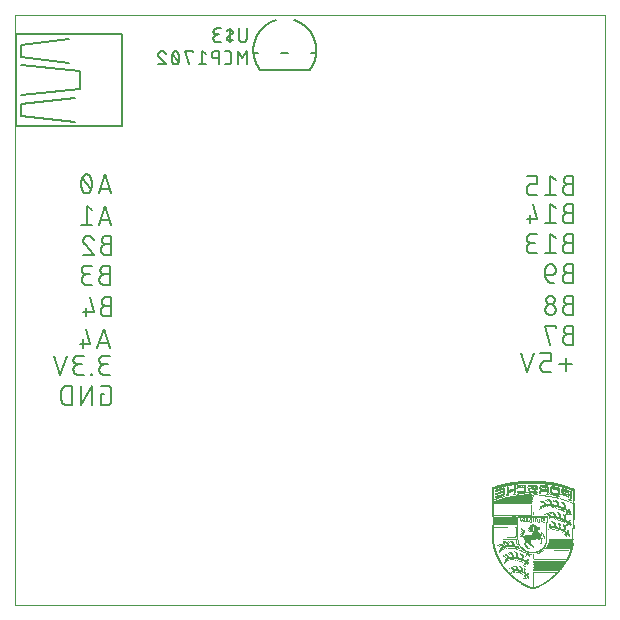
<source format=gbo>
G75*
%MOIN*%
%OFA0B0*%
%FSLAX25Y25*%
%IPPOS*%
%LPD*%
%AMOC8*
5,1,8,0,0,1.08239X$1,22.5*
%
%ADD10C,0.00000*%
%ADD11C,0.00600*%
%ADD12R,0.00700X0.00100*%
%ADD13R,0.01500X0.00100*%
%ADD14R,0.02100X0.00100*%
%ADD15R,0.02700X0.00100*%
%ADD16R,0.03100X0.00100*%
%ADD17R,0.01600X0.00100*%
%ADD18R,0.01200X0.00100*%
%ADD19R,0.00100X0.00100*%
%ADD20R,0.01000X0.00100*%
%ADD21R,0.01100X0.00100*%
%ADD22R,0.00900X0.00100*%
%ADD23R,0.00800X0.00100*%
%ADD24R,0.00500X0.00100*%
%ADD25R,0.00600X0.00100*%
%ADD26R,0.00300X0.00100*%
%ADD27R,0.01400X0.00100*%
%ADD28R,0.00200X0.00100*%
%ADD29R,0.00400X0.00100*%
%ADD30R,0.08300X0.00100*%
%ADD31R,0.03000X0.00100*%
%ADD32R,0.02900X0.00100*%
%ADD33R,0.09000X0.00100*%
%ADD34R,0.02400X0.00100*%
%ADD35R,0.09100X0.00100*%
%ADD36R,0.01300X0.00100*%
%ADD37R,0.09200X0.00100*%
%ADD38R,0.09300X0.00100*%
%ADD39R,0.09400X0.00100*%
%ADD40R,0.09500X0.00100*%
%ADD41R,0.09600X0.00100*%
%ADD42R,0.09700X0.00100*%
%ADD43R,0.09800X0.00100*%
%ADD44R,0.09900X0.00100*%
%ADD45R,0.10000X0.00100*%
%ADD46R,0.10100X0.00100*%
%ADD47R,0.10200X0.00100*%
%ADD48R,0.10300X0.00100*%
%ADD49R,0.10400X0.00100*%
%ADD50R,0.10500X0.00100*%
%ADD51R,0.10600X0.00100*%
%ADD52R,0.10700X0.00100*%
%ADD53R,0.10800X0.00100*%
%ADD54R,0.10900X0.00100*%
%ADD55R,0.11000X0.00100*%
%ADD56R,0.11100X0.00100*%
%ADD57R,0.11400X0.00100*%
%ADD58R,0.03700X0.00100*%
%ADD59R,0.01700X0.00100*%
%ADD60R,0.02000X0.00100*%
%ADD61R,0.04400X0.00100*%
%ADD62R,0.04000X0.00100*%
%ADD63R,0.03600X0.00100*%
%ADD64R,0.02500X0.00100*%
%ADD65R,0.05000X0.00100*%
%ADD66R,0.08900X0.00100*%
%ADD67R,0.08800X0.00100*%
%ADD68R,0.02600X0.00100*%
%ADD69R,0.08700X0.00100*%
%ADD70R,0.05300X0.00100*%
%ADD71R,0.08600X0.00100*%
%ADD72R,0.04100X0.00100*%
%ADD73R,0.08500X0.00100*%
%ADD74R,0.03400X0.00100*%
%ADD75R,0.08400X0.00100*%
%ADD76R,0.08200X0.00100*%
%ADD77R,0.01800X0.00100*%
%ADD78R,0.01900X0.00100*%
%ADD79R,0.02200X0.00100*%
%ADD80R,0.03900X0.00100*%
%ADD81R,0.06100X0.00100*%
%ADD82R,0.06200X0.00100*%
%ADD83R,0.05700X0.00100*%
%ADD84R,0.05400X0.00100*%
%ADD85R,0.05600X0.00100*%
%ADD86R,0.05100X0.00100*%
%ADD87R,0.03200X0.00100*%
%ADD88R,0.02300X0.00100*%
%ADD89R,0.03800X0.00100*%
%ADD90R,0.13300X0.00100*%
%ADD91R,0.04500X0.00100*%
%ADD92R,0.13400X0.00100*%
%ADD93R,0.12600X0.00100*%
%ADD94R,0.12400X0.00100*%
%ADD95R,0.12100X0.00100*%
%ADD96R,0.11900X0.00100*%
%ADD97R,0.11600X0.00100*%
%ADD98R,0.11300X0.00100*%
%ADD99R,0.07700X0.00100*%
%ADD100R,0.07300X0.00100*%
%ADD101R,0.06700X0.00100*%
%ADD102R,0.04700X0.00100*%
%ADD103R,0.02800X0.00100*%
%ADD104R,0.03500X0.00100*%
%ADD105R,0.04300X0.00100*%
%ADD106R,0.04800X0.00100*%
%ADD107R,0.04900X0.00100*%
%ADD108R,0.05200X0.00100*%
%ADD109R,0.05800X0.00100*%
%ADD110R,0.06400X0.00100*%
%ADD111R,0.06800X0.00100*%
%ADD112R,0.15600X0.00100*%
%ADD113R,0.14500X0.00100*%
%ADD114R,0.12200X0.00100*%
%ADD115R,0.07100X0.00100*%
%ADD116R,0.04200X0.00100*%
%ADD117C,0.00500*%
D10*
X0005060Y0004200D02*
X0005060Y0201050D01*
X0201910Y0201050D01*
X0201910Y0004200D01*
X0005060Y0004200D01*
D11*
X0022354Y0071000D02*
X0024131Y0071000D01*
X0024131Y0077400D01*
X0022354Y0077400D01*
X0022272Y0077398D01*
X0022190Y0077392D01*
X0022108Y0077383D01*
X0022027Y0077370D01*
X0021947Y0077353D01*
X0021867Y0077332D01*
X0021789Y0077308D01*
X0021712Y0077280D01*
X0021636Y0077249D01*
X0021561Y0077214D01*
X0021489Y0077175D01*
X0021418Y0077134D01*
X0021349Y0077089D01*
X0021283Y0077041D01*
X0021218Y0076990D01*
X0021156Y0076936D01*
X0021097Y0076879D01*
X0021040Y0076820D01*
X0020986Y0076758D01*
X0020935Y0076693D01*
X0020887Y0076627D01*
X0020842Y0076558D01*
X0020801Y0076487D01*
X0020762Y0076415D01*
X0020727Y0076340D01*
X0020696Y0076264D01*
X0020668Y0076187D01*
X0020644Y0076109D01*
X0020623Y0076029D01*
X0020606Y0075949D01*
X0020593Y0075868D01*
X0020584Y0075786D01*
X0020578Y0075704D01*
X0020576Y0075622D01*
X0020576Y0072778D01*
X0020578Y0072696D01*
X0020584Y0072614D01*
X0020593Y0072532D01*
X0020606Y0072451D01*
X0020623Y0072371D01*
X0020644Y0072291D01*
X0020668Y0072213D01*
X0020696Y0072136D01*
X0020727Y0072060D01*
X0020762Y0071985D01*
X0020801Y0071913D01*
X0020842Y0071842D01*
X0020887Y0071773D01*
X0020935Y0071707D01*
X0020986Y0071642D01*
X0021040Y0071580D01*
X0021097Y0071521D01*
X0021156Y0071464D01*
X0021218Y0071410D01*
X0021283Y0071359D01*
X0021349Y0071311D01*
X0021418Y0071266D01*
X0021489Y0071225D01*
X0021561Y0071186D01*
X0021636Y0071151D01*
X0021712Y0071120D01*
X0021789Y0071092D01*
X0021867Y0071068D01*
X0021947Y0071047D01*
X0022027Y0071030D01*
X0022108Y0071017D01*
X0022190Y0071008D01*
X0022272Y0071002D01*
X0022354Y0071000D01*
X0027140Y0071000D02*
X0027140Y0077400D01*
X0030696Y0077400D02*
X0027140Y0071000D01*
X0030696Y0071000D02*
X0030696Y0077400D01*
X0033704Y0077400D02*
X0035838Y0077400D01*
X0035912Y0077398D01*
X0035987Y0077392D01*
X0036060Y0077382D01*
X0036134Y0077369D01*
X0036206Y0077352D01*
X0036277Y0077330D01*
X0036348Y0077306D01*
X0036416Y0077277D01*
X0036484Y0077245D01*
X0036549Y0077209D01*
X0036612Y0077171D01*
X0036674Y0077128D01*
X0036733Y0077083D01*
X0036790Y0077035D01*
X0036844Y0076984D01*
X0036895Y0076930D01*
X0036943Y0076873D01*
X0036988Y0076814D01*
X0037031Y0076752D01*
X0037069Y0076689D01*
X0037105Y0076624D01*
X0037137Y0076556D01*
X0037166Y0076488D01*
X0037190Y0076417D01*
X0037212Y0076346D01*
X0037229Y0076274D01*
X0037242Y0076200D01*
X0037252Y0076127D01*
X0037258Y0076052D01*
X0037260Y0075978D01*
X0037260Y0072422D01*
X0037258Y0072348D01*
X0037252Y0072273D01*
X0037242Y0072200D01*
X0037229Y0072126D01*
X0037212Y0072054D01*
X0037190Y0071983D01*
X0037166Y0071912D01*
X0037137Y0071844D01*
X0037105Y0071776D01*
X0037069Y0071711D01*
X0037031Y0071648D01*
X0036988Y0071586D01*
X0036943Y0071527D01*
X0036895Y0071470D01*
X0036844Y0071416D01*
X0036790Y0071365D01*
X0036733Y0071317D01*
X0036674Y0071272D01*
X0036612Y0071229D01*
X0036549Y0071191D01*
X0036484Y0071155D01*
X0036416Y0071123D01*
X0036348Y0071094D01*
X0036277Y0071070D01*
X0036206Y0071048D01*
X0036134Y0071031D01*
X0036060Y0071018D01*
X0035987Y0071008D01*
X0035912Y0071002D01*
X0035838Y0071000D01*
X0033704Y0071000D01*
X0033704Y0074556D01*
X0034771Y0074556D01*
X0034982Y0081000D02*
X0036760Y0081000D01*
X0034982Y0081000D02*
X0034899Y0081002D01*
X0034816Y0081008D01*
X0034733Y0081018D01*
X0034650Y0081031D01*
X0034569Y0081049D01*
X0034488Y0081070D01*
X0034409Y0081095D01*
X0034331Y0081124D01*
X0034254Y0081156D01*
X0034179Y0081192D01*
X0034105Y0081231D01*
X0034034Y0081274D01*
X0033964Y0081320D01*
X0033897Y0081370D01*
X0033832Y0081422D01*
X0033770Y0081477D01*
X0033710Y0081536D01*
X0033653Y0081597D01*
X0033599Y0081660D01*
X0033548Y0081726D01*
X0033501Y0081795D01*
X0033456Y0081865D01*
X0033415Y0081938D01*
X0033378Y0082012D01*
X0033343Y0082088D01*
X0033313Y0082166D01*
X0033286Y0082244D01*
X0033263Y0082325D01*
X0033243Y0082406D01*
X0033228Y0082488D01*
X0033216Y0082570D01*
X0033208Y0082653D01*
X0033204Y0082736D01*
X0033204Y0082820D01*
X0033208Y0082903D01*
X0033216Y0082986D01*
X0033228Y0083068D01*
X0033243Y0083150D01*
X0033263Y0083231D01*
X0033286Y0083312D01*
X0033313Y0083390D01*
X0033343Y0083468D01*
X0033378Y0083544D01*
X0033415Y0083618D01*
X0033456Y0083691D01*
X0033501Y0083761D01*
X0033548Y0083830D01*
X0033599Y0083896D01*
X0033653Y0083959D01*
X0033710Y0084020D01*
X0033770Y0084079D01*
X0033832Y0084134D01*
X0033897Y0084186D01*
X0033964Y0084236D01*
X0034034Y0084282D01*
X0034105Y0084325D01*
X0034179Y0084364D01*
X0034254Y0084400D01*
X0034331Y0084432D01*
X0034409Y0084461D01*
X0034488Y0084486D01*
X0034569Y0084507D01*
X0034650Y0084525D01*
X0034733Y0084538D01*
X0034816Y0084548D01*
X0034899Y0084554D01*
X0034982Y0084556D01*
X0034627Y0084556D02*
X0036049Y0084556D01*
X0034627Y0084556D02*
X0034553Y0084558D01*
X0034478Y0084564D01*
X0034405Y0084574D01*
X0034331Y0084587D01*
X0034259Y0084604D01*
X0034188Y0084626D01*
X0034117Y0084650D01*
X0034049Y0084679D01*
X0033981Y0084711D01*
X0033916Y0084747D01*
X0033853Y0084785D01*
X0033791Y0084828D01*
X0033732Y0084873D01*
X0033675Y0084921D01*
X0033621Y0084972D01*
X0033570Y0085026D01*
X0033522Y0085083D01*
X0033477Y0085142D01*
X0033434Y0085204D01*
X0033396Y0085267D01*
X0033360Y0085332D01*
X0033328Y0085400D01*
X0033299Y0085468D01*
X0033275Y0085539D01*
X0033253Y0085610D01*
X0033236Y0085682D01*
X0033223Y0085756D01*
X0033213Y0085829D01*
X0033207Y0085904D01*
X0033205Y0085978D01*
X0033207Y0086052D01*
X0033213Y0086127D01*
X0033223Y0086200D01*
X0033236Y0086274D01*
X0033253Y0086346D01*
X0033275Y0086417D01*
X0033299Y0086488D01*
X0033328Y0086556D01*
X0033360Y0086624D01*
X0033396Y0086689D01*
X0033434Y0086752D01*
X0033477Y0086814D01*
X0033522Y0086873D01*
X0033570Y0086930D01*
X0033621Y0086984D01*
X0033675Y0087035D01*
X0033732Y0087083D01*
X0033791Y0087128D01*
X0033853Y0087171D01*
X0033916Y0087209D01*
X0033981Y0087245D01*
X0034049Y0087277D01*
X0034117Y0087306D01*
X0034188Y0087330D01*
X0034259Y0087352D01*
X0034331Y0087369D01*
X0034405Y0087382D01*
X0034478Y0087392D01*
X0034553Y0087398D01*
X0034627Y0087400D01*
X0036760Y0087400D01*
X0036760Y0090000D02*
X0034627Y0096400D01*
X0032493Y0090000D01*
X0033027Y0091600D02*
X0036227Y0091600D01*
X0030250Y0091422D02*
X0026695Y0091422D01*
X0027762Y0092844D02*
X0027762Y0090000D01*
X0028144Y0087400D02*
X0026011Y0087400D01*
X0025937Y0087398D01*
X0025862Y0087392D01*
X0025789Y0087382D01*
X0025715Y0087369D01*
X0025643Y0087352D01*
X0025572Y0087330D01*
X0025501Y0087306D01*
X0025433Y0087277D01*
X0025365Y0087245D01*
X0025300Y0087209D01*
X0025237Y0087171D01*
X0025175Y0087128D01*
X0025116Y0087083D01*
X0025059Y0087035D01*
X0025005Y0086984D01*
X0024954Y0086930D01*
X0024906Y0086873D01*
X0024861Y0086814D01*
X0024818Y0086752D01*
X0024780Y0086689D01*
X0024744Y0086624D01*
X0024712Y0086556D01*
X0024683Y0086488D01*
X0024659Y0086417D01*
X0024637Y0086346D01*
X0024620Y0086274D01*
X0024607Y0086200D01*
X0024597Y0086127D01*
X0024591Y0086052D01*
X0024589Y0085978D01*
X0024591Y0085904D01*
X0024597Y0085829D01*
X0024607Y0085756D01*
X0024620Y0085682D01*
X0024637Y0085610D01*
X0024659Y0085539D01*
X0024683Y0085468D01*
X0024712Y0085400D01*
X0024744Y0085332D01*
X0024780Y0085267D01*
X0024818Y0085204D01*
X0024861Y0085142D01*
X0024906Y0085083D01*
X0024954Y0085026D01*
X0025005Y0084972D01*
X0025059Y0084921D01*
X0025116Y0084873D01*
X0025175Y0084828D01*
X0025237Y0084785D01*
X0025300Y0084747D01*
X0025365Y0084711D01*
X0025433Y0084679D01*
X0025501Y0084650D01*
X0025572Y0084626D01*
X0025643Y0084604D01*
X0025715Y0084587D01*
X0025789Y0084574D01*
X0025862Y0084564D01*
X0025937Y0084558D01*
X0026011Y0084556D01*
X0027433Y0084556D01*
X0026367Y0084556D02*
X0026284Y0084554D01*
X0026201Y0084548D01*
X0026118Y0084538D01*
X0026035Y0084525D01*
X0025954Y0084507D01*
X0025873Y0084486D01*
X0025794Y0084461D01*
X0025716Y0084432D01*
X0025639Y0084400D01*
X0025564Y0084364D01*
X0025490Y0084325D01*
X0025419Y0084282D01*
X0025349Y0084236D01*
X0025282Y0084186D01*
X0025217Y0084134D01*
X0025155Y0084079D01*
X0025095Y0084020D01*
X0025038Y0083959D01*
X0024984Y0083896D01*
X0024933Y0083830D01*
X0024886Y0083761D01*
X0024841Y0083691D01*
X0024800Y0083618D01*
X0024763Y0083544D01*
X0024728Y0083468D01*
X0024698Y0083390D01*
X0024671Y0083312D01*
X0024648Y0083231D01*
X0024628Y0083150D01*
X0024613Y0083068D01*
X0024601Y0082986D01*
X0024593Y0082903D01*
X0024589Y0082820D01*
X0024589Y0082736D01*
X0024593Y0082653D01*
X0024601Y0082570D01*
X0024613Y0082488D01*
X0024628Y0082406D01*
X0024648Y0082325D01*
X0024671Y0082244D01*
X0024698Y0082166D01*
X0024728Y0082088D01*
X0024763Y0082012D01*
X0024800Y0081938D01*
X0024841Y0081865D01*
X0024886Y0081795D01*
X0024933Y0081726D01*
X0024984Y0081660D01*
X0025038Y0081597D01*
X0025095Y0081536D01*
X0025155Y0081477D01*
X0025217Y0081422D01*
X0025282Y0081370D01*
X0025349Y0081320D01*
X0025419Y0081274D01*
X0025490Y0081231D01*
X0025564Y0081192D01*
X0025639Y0081156D01*
X0025716Y0081124D01*
X0025794Y0081095D01*
X0025873Y0081070D01*
X0025954Y0081049D01*
X0026035Y0081031D01*
X0026118Y0081018D01*
X0026201Y0081008D01*
X0026284Y0081002D01*
X0026367Y0081000D01*
X0028144Y0081000D01*
X0030497Y0081000D02*
X0030852Y0081000D01*
X0030852Y0081356D01*
X0030497Y0081356D01*
X0030497Y0081000D01*
X0020213Y0081000D02*
X0022346Y0087400D01*
X0018079Y0087400D02*
X0020213Y0081000D01*
X0030250Y0091422D02*
X0028828Y0096400D01*
X0028905Y0100500D02*
X0028905Y0103344D01*
X0027839Y0101922D02*
X0031394Y0101922D01*
X0029972Y0106900D01*
X0029116Y0111000D02*
X0030894Y0111000D01*
X0029116Y0111000D02*
X0029033Y0111002D01*
X0028950Y0111008D01*
X0028867Y0111018D01*
X0028784Y0111031D01*
X0028703Y0111049D01*
X0028622Y0111070D01*
X0028543Y0111095D01*
X0028465Y0111124D01*
X0028388Y0111156D01*
X0028313Y0111192D01*
X0028239Y0111231D01*
X0028168Y0111274D01*
X0028098Y0111320D01*
X0028031Y0111370D01*
X0027966Y0111422D01*
X0027904Y0111477D01*
X0027844Y0111536D01*
X0027787Y0111597D01*
X0027733Y0111660D01*
X0027682Y0111726D01*
X0027635Y0111795D01*
X0027590Y0111865D01*
X0027549Y0111938D01*
X0027512Y0112012D01*
X0027477Y0112088D01*
X0027447Y0112166D01*
X0027420Y0112244D01*
X0027397Y0112325D01*
X0027377Y0112406D01*
X0027362Y0112488D01*
X0027350Y0112570D01*
X0027342Y0112653D01*
X0027338Y0112736D01*
X0027338Y0112820D01*
X0027342Y0112903D01*
X0027350Y0112986D01*
X0027362Y0113068D01*
X0027377Y0113150D01*
X0027397Y0113231D01*
X0027420Y0113312D01*
X0027447Y0113390D01*
X0027477Y0113468D01*
X0027512Y0113544D01*
X0027549Y0113618D01*
X0027590Y0113691D01*
X0027635Y0113761D01*
X0027682Y0113830D01*
X0027733Y0113896D01*
X0027787Y0113959D01*
X0027844Y0114020D01*
X0027904Y0114079D01*
X0027966Y0114134D01*
X0028031Y0114186D01*
X0028098Y0114236D01*
X0028168Y0114282D01*
X0028239Y0114325D01*
X0028313Y0114364D01*
X0028388Y0114400D01*
X0028465Y0114432D01*
X0028543Y0114461D01*
X0028622Y0114486D01*
X0028703Y0114507D01*
X0028784Y0114525D01*
X0028867Y0114538D01*
X0028950Y0114548D01*
X0029033Y0114554D01*
X0029116Y0114556D01*
X0028761Y0114556D02*
X0030183Y0114556D01*
X0028761Y0114556D02*
X0028687Y0114558D01*
X0028612Y0114564D01*
X0028539Y0114574D01*
X0028465Y0114587D01*
X0028393Y0114604D01*
X0028322Y0114626D01*
X0028251Y0114650D01*
X0028183Y0114679D01*
X0028115Y0114711D01*
X0028050Y0114747D01*
X0027987Y0114785D01*
X0027925Y0114828D01*
X0027866Y0114873D01*
X0027809Y0114921D01*
X0027755Y0114972D01*
X0027704Y0115026D01*
X0027656Y0115083D01*
X0027611Y0115142D01*
X0027568Y0115204D01*
X0027530Y0115267D01*
X0027494Y0115332D01*
X0027462Y0115400D01*
X0027433Y0115468D01*
X0027409Y0115539D01*
X0027387Y0115610D01*
X0027370Y0115682D01*
X0027357Y0115756D01*
X0027347Y0115829D01*
X0027341Y0115904D01*
X0027339Y0115978D01*
X0027341Y0116052D01*
X0027347Y0116127D01*
X0027357Y0116200D01*
X0027370Y0116274D01*
X0027387Y0116346D01*
X0027409Y0116417D01*
X0027433Y0116488D01*
X0027462Y0116556D01*
X0027494Y0116624D01*
X0027530Y0116689D01*
X0027568Y0116752D01*
X0027611Y0116814D01*
X0027656Y0116873D01*
X0027704Y0116930D01*
X0027755Y0116984D01*
X0027809Y0117035D01*
X0027866Y0117083D01*
X0027925Y0117128D01*
X0027987Y0117171D01*
X0028050Y0117209D01*
X0028115Y0117245D01*
X0028183Y0117277D01*
X0028251Y0117306D01*
X0028322Y0117330D01*
X0028393Y0117352D01*
X0028465Y0117369D01*
X0028539Y0117382D01*
X0028612Y0117392D01*
X0028687Y0117398D01*
X0028761Y0117400D01*
X0030894Y0117400D01*
X0031394Y0121000D02*
X0027839Y0121000D01*
X0031394Y0121000D02*
X0028372Y0124556D01*
X0029439Y0127400D02*
X0029528Y0127398D01*
X0029617Y0127392D01*
X0029706Y0127383D01*
X0029794Y0127369D01*
X0029881Y0127352D01*
X0029968Y0127331D01*
X0030054Y0127306D01*
X0030138Y0127278D01*
X0030221Y0127245D01*
X0030303Y0127210D01*
X0030383Y0127170D01*
X0030461Y0127128D01*
X0030538Y0127082D01*
X0030612Y0127033D01*
X0030684Y0126980D01*
X0030754Y0126925D01*
X0030821Y0126866D01*
X0030886Y0126805D01*
X0030948Y0126741D01*
X0031007Y0126674D01*
X0031063Y0126605D01*
X0031116Y0126533D01*
X0031166Y0126459D01*
X0031213Y0126383D01*
X0031256Y0126306D01*
X0031296Y0126226D01*
X0031333Y0126144D01*
X0031366Y0126062D01*
X0031395Y0125977D01*
X0028371Y0124555D02*
X0028314Y0124613D01*
X0028258Y0124674D01*
X0028206Y0124737D01*
X0028157Y0124802D01*
X0028111Y0124870D01*
X0028069Y0124940D01*
X0028029Y0125012D01*
X0027994Y0125085D01*
X0027961Y0125161D01*
X0027933Y0125237D01*
X0027908Y0125315D01*
X0027887Y0125394D01*
X0027869Y0125474D01*
X0027856Y0125555D01*
X0027846Y0125636D01*
X0027840Y0125718D01*
X0027838Y0125800D01*
X0027839Y0125800D02*
X0027841Y0125879D01*
X0027847Y0125957D01*
X0027856Y0126035D01*
X0027870Y0126112D01*
X0027887Y0126189D01*
X0027908Y0126264D01*
X0027933Y0126339D01*
X0027961Y0126412D01*
X0027993Y0126484D01*
X0028028Y0126554D01*
X0028067Y0126623D01*
X0028109Y0126689D01*
X0028154Y0126753D01*
X0028202Y0126815D01*
X0028253Y0126874D01*
X0028308Y0126931D01*
X0028365Y0126986D01*
X0028424Y0127037D01*
X0028486Y0127085D01*
X0028550Y0127130D01*
X0028616Y0127172D01*
X0028685Y0127211D01*
X0028755Y0127246D01*
X0028827Y0127278D01*
X0028900Y0127306D01*
X0028975Y0127331D01*
X0029050Y0127352D01*
X0029127Y0127369D01*
X0029204Y0127383D01*
X0029282Y0127392D01*
X0029360Y0127398D01*
X0029439Y0127400D01*
X0028973Y0131000D02*
X0028973Y0137400D01*
X0030750Y0135978D01*
X0033527Y0132600D02*
X0036727Y0132600D01*
X0037260Y0131000D02*
X0035127Y0137400D01*
X0032993Y0131000D01*
X0030750Y0131000D02*
X0027195Y0131000D01*
X0035482Y0127400D02*
X0037260Y0127400D01*
X0037260Y0121000D01*
X0035482Y0121000D01*
X0035399Y0121002D01*
X0035316Y0121008D01*
X0035233Y0121018D01*
X0035150Y0121031D01*
X0035069Y0121049D01*
X0034988Y0121070D01*
X0034909Y0121095D01*
X0034831Y0121124D01*
X0034754Y0121156D01*
X0034679Y0121192D01*
X0034605Y0121231D01*
X0034534Y0121274D01*
X0034464Y0121320D01*
X0034397Y0121370D01*
X0034332Y0121422D01*
X0034270Y0121477D01*
X0034210Y0121536D01*
X0034153Y0121597D01*
X0034099Y0121660D01*
X0034048Y0121726D01*
X0034001Y0121795D01*
X0033956Y0121865D01*
X0033915Y0121938D01*
X0033878Y0122012D01*
X0033843Y0122088D01*
X0033813Y0122166D01*
X0033786Y0122244D01*
X0033763Y0122325D01*
X0033743Y0122406D01*
X0033728Y0122488D01*
X0033716Y0122570D01*
X0033708Y0122653D01*
X0033704Y0122736D01*
X0033704Y0122820D01*
X0033708Y0122903D01*
X0033716Y0122986D01*
X0033728Y0123068D01*
X0033743Y0123150D01*
X0033763Y0123231D01*
X0033786Y0123312D01*
X0033813Y0123390D01*
X0033843Y0123468D01*
X0033878Y0123544D01*
X0033915Y0123618D01*
X0033956Y0123691D01*
X0034001Y0123761D01*
X0034048Y0123830D01*
X0034099Y0123896D01*
X0034153Y0123959D01*
X0034210Y0124020D01*
X0034270Y0124079D01*
X0034332Y0124134D01*
X0034397Y0124186D01*
X0034464Y0124236D01*
X0034534Y0124282D01*
X0034605Y0124325D01*
X0034679Y0124364D01*
X0034754Y0124400D01*
X0034831Y0124432D01*
X0034909Y0124461D01*
X0034988Y0124486D01*
X0035069Y0124507D01*
X0035150Y0124525D01*
X0035233Y0124538D01*
X0035316Y0124548D01*
X0035399Y0124554D01*
X0035482Y0124556D01*
X0037260Y0124556D01*
X0035482Y0124556D02*
X0035408Y0124558D01*
X0035333Y0124564D01*
X0035260Y0124574D01*
X0035186Y0124587D01*
X0035114Y0124604D01*
X0035043Y0124626D01*
X0034972Y0124650D01*
X0034904Y0124679D01*
X0034836Y0124711D01*
X0034771Y0124747D01*
X0034708Y0124785D01*
X0034646Y0124828D01*
X0034587Y0124873D01*
X0034530Y0124921D01*
X0034476Y0124972D01*
X0034425Y0125026D01*
X0034377Y0125083D01*
X0034332Y0125142D01*
X0034289Y0125204D01*
X0034251Y0125267D01*
X0034215Y0125332D01*
X0034183Y0125400D01*
X0034154Y0125468D01*
X0034130Y0125539D01*
X0034108Y0125610D01*
X0034091Y0125682D01*
X0034078Y0125756D01*
X0034068Y0125829D01*
X0034062Y0125904D01*
X0034060Y0125978D01*
X0034062Y0126052D01*
X0034068Y0126127D01*
X0034078Y0126200D01*
X0034091Y0126274D01*
X0034108Y0126346D01*
X0034130Y0126417D01*
X0034154Y0126488D01*
X0034183Y0126556D01*
X0034215Y0126624D01*
X0034251Y0126689D01*
X0034289Y0126752D01*
X0034332Y0126814D01*
X0034377Y0126873D01*
X0034425Y0126930D01*
X0034476Y0126984D01*
X0034530Y0127035D01*
X0034587Y0127083D01*
X0034646Y0127128D01*
X0034708Y0127171D01*
X0034771Y0127209D01*
X0034836Y0127245D01*
X0034904Y0127277D01*
X0034972Y0127306D01*
X0035043Y0127330D01*
X0035114Y0127352D01*
X0035186Y0127369D01*
X0035260Y0127382D01*
X0035333Y0127392D01*
X0035408Y0127398D01*
X0035482Y0127400D01*
X0034982Y0117400D02*
X0036760Y0117400D01*
X0036760Y0111000D01*
X0034982Y0111000D01*
X0034899Y0111002D01*
X0034816Y0111008D01*
X0034733Y0111018D01*
X0034650Y0111031D01*
X0034569Y0111049D01*
X0034488Y0111070D01*
X0034409Y0111095D01*
X0034331Y0111124D01*
X0034254Y0111156D01*
X0034179Y0111192D01*
X0034105Y0111231D01*
X0034034Y0111274D01*
X0033964Y0111320D01*
X0033897Y0111370D01*
X0033832Y0111422D01*
X0033770Y0111477D01*
X0033710Y0111536D01*
X0033653Y0111597D01*
X0033599Y0111660D01*
X0033548Y0111726D01*
X0033501Y0111795D01*
X0033456Y0111865D01*
X0033415Y0111938D01*
X0033378Y0112012D01*
X0033343Y0112088D01*
X0033313Y0112166D01*
X0033286Y0112244D01*
X0033263Y0112325D01*
X0033243Y0112406D01*
X0033228Y0112488D01*
X0033216Y0112570D01*
X0033208Y0112653D01*
X0033204Y0112736D01*
X0033204Y0112820D01*
X0033208Y0112903D01*
X0033216Y0112986D01*
X0033228Y0113068D01*
X0033243Y0113150D01*
X0033263Y0113231D01*
X0033286Y0113312D01*
X0033313Y0113390D01*
X0033343Y0113468D01*
X0033378Y0113544D01*
X0033415Y0113618D01*
X0033456Y0113691D01*
X0033501Y0113761D01*
X0033548Y0113830D01*
X0033599Y0113896D01*
X0033653Y0113959D01*
X0033710Y0114020D01*
X0033770Y0114079D01*
X0033832Y0114134D01*
X0033897Y0114186D01*
X0033964Y0114236D01*
X0034034Y0114282D01*
X0034105Y0114325D01*
X0034179Y0114364D01*
X0034254Y0114400D01*
X0034331Y0114432D01*
X0034409Y0114461D01*
X0034488Y0114486D01*
X0034569Y0114507D01*
X0034650Y0114525D01*
X0034733Y0114538D01*
X0034816Y0114548D01*
X0034899Y0114554D01*
X0034982Y0114556D01*
X0036760Y0114556D01*
X0034982Y0114556D02*
X0034908Y0114558D01*
X0034833Y0114564D01*
X0034760Y0114574D01*
X0034686Y0114587D01*
X0034614Y0114604D01*
X0034543Y0114626D01*
X0034472Y0114650D01*
X0034404Y0114679D01*
X0034336Y0114711D01*
X0034271Y0114747D01*
X0034208Y0114785D01*
X0034146Y0114828D01*
X0034087Y0114873D01*
X0034030Y0114921D01*
X0033976Y0114972D01*
X0033925Y0115026D01*
X0033877Y0115083D01*
X0033832Y0115142D01*
X0033789Y0115204D01*
X0033751Y0115267D01*
X0033715Y0115332D01*
X0033683Y0115400D01*
X0033654Y0115468D01*
X0033630Y0115539D01*
X0033608Y0115610D01*
X0033591Y0115682D01*
X0033578Y0115756D01*
X0033568Y0115829D01*
X0033562Y0115904D01*
X0033560Y0115978D01*
X0033562Y0116052D01*
X0033568Y0116127D01*
X0033578Y0116200D01*
X0033591Y0116274D01*
X0033608Y0116346D01*
X0033630Y0116417D01*
X0033654Y0116488D01*
X0033683Y0116556D01*
X0033715Y0116624D01*
X0033751Y0116689D01*
X0033789Y0116752D01*
X0033832Y0116814D01*
X0033877Y0116873D01*
X0033925Y0116930D01*
X0033976Y0116984D01*
X0034030Y0117035D01*
X0034087Y0117083D01*
X0034146Y0117128D01*
X0034208Y0117171D01*
X0034271Y0117209D01*
X0034336Y0117245D01*
X0034404Y0117277D01*
X0034472Y0117306D01*
X0034543Y0117330D01*
X0034614Y0117352D01*
X0034686Y0117369D01*
X0034760Y0117382D01*
X0034833Y0117392D01*
X0034908Y0117398D01*
X0034982Y0117400D01*
X0035482Y0106900D02*
X0037260Y0106900D01*
X0037260Y0100500D01*
X0035482Y0100500D01*
X0035399Y0100502D01*
X0035316Y0100508D01*
X0035233Y0100518D01*
X0035150Y0100531D01*
X0035069Y0100549D01*
X0034988Y0100570D01*
X0034909Y0100595D01*
X0034831Y0100624D01*
X0034754Y0100656D01*
X0034679Y0100692D01*
X0034605Y0100731D01*
X0034534Y0100774D01*
X0034464Y0100820D01*
X0034397Y0100870D01*
X0034332Y0100922D01*
X0034270Y0100977D01*
X0034210Y0101036D01*
X0034153Y0101097D01*
X0034099Y0101160D01*
X0034048Y0101226D01*
X0034001Y0101295D01*
X0033956Y0101365D01*
X0033915Y0101438D01*
X0033878Y0101512D01*
X0033843Y0101588D01*
X0033813Y0101666D01*
X0033786Y0101744D01*
X0033763Y0101825D01*
X0033743Y0101906D01*
X0033728Y0101988D01*
X0033716Y0102070D01*
X0033708Y0102153D01*
X0033704Y0102236D01*
X0033704Y0102320D01*
X0033708Y0102403D01*
X0033716Y0102486D01*
X0033728Y0102568D01*
X0033743Y0102650D01*
X0033763Y0102731D01*
X0033786Y0102812D01*
X0033813Y0102890D01*
X0033843Y0102968D01*
X0033878Y0103044D01*
X0033915Y0103118D01*
X0033956Y0103191D01*
X0034001Y0103261D01*
X0034048Y0103330D01*
X0034099Y0103396D01*
X0034153Y0103459D01*
X0034210Y0103520D01*
X0034270Y0103579D01*
X0034332Y0103634D01*
X0034397Y0103686D01*
X0034464Y0103736D01*
X0034534Y0103782D01*
X0034605Y0103825D01*
X0034679Y0103864D01*
X0034754Y0103900D01*
X0034831Y0103932D01*
X0034909Y0103961D01*
X0034988Y0103986D01*
X0035069Y0104007D01*
X0035150Y0104025D01*
X0035233Y0104038D01*
X0035316Y0104048D01*
X0035399Y0104054D01*
X0035482Y0104056D01*
X0037260Y0104056D01*
X0035482Y0104056D02*
X0035408Y0104058D01*
X0035333Y0104064D01*
X0035260Y0104074D01*
X0035186Y0104087D01*
X0035114Y0104104D01*
X0035043Y0104126D01*
X0034972Y0104150D01*
X0034904Y0104179D01*
X0034836Y0104211D01*
X0034771Y0104247D01*
X0034708Y0104285D01*
X0034646Y0104328D01*
X0034587Y0104373D01*
X0034530Y0104421D01*
X0034476Y0104472D01*
X0034425Y0104526D01*
X0034377Y0104583D01*
X0034332Y0104642D01*
X0034289Y0104704D01*
X0034251Y0104767D01*
X0034215Y0104832D01*
X0034183Y0104900D01*
X0034154Y0104968D01*
X0034130Y0105039D01*
X0034108Y0105110D01*
X0034091Y0105182D01*
X0034078Y0105256D01*
X0034068Y0105329D01*
X0034062Y0105404D01*
X0034060Y0105478D01*
X0034062Y0105552D01*
X0034068Y0105627D01*
X0034078Y0105700D01*
X0034091Y0105774D01*
X0034108Y0105846D01*
X0034130Y0105917D01*
X0034154Y0105988D01*
X0034183Y0106056D01*
X0034215Y0106124D01*
X0034251Y0106189D01*
X0034289Y0106252D01*
X0034332Y0106314D01*
X0034377Y0106373D01*
X0034425Y0106430D01*
X0034476Y0106484D01*
X0034530Y0106535D01*
X0034587Y0106583D01*
X0034646Y0106628D01*
X0034708Y0106671D01*
X0034771Y0106709D01*
X0034836Y0106745D01*
X0034904Y0106777D01*
X0034972Y0106806D01*
X0035043Y0106830D01*
X0035114Y0106852D01*
X0035186Y0106869D01*
X0035260Y0106882D01*
X0035333Y0106892D01*
X0035408Y0106898D01*
X0035482Y0106900D01*
X0037260Y0141500D02*
X0035127Y0147900D01*
X0032993Y0141500D01*
X0033527Y0143100D02*
X0036727Y0143100D01*
X0027728Y0142389D02*
X0027668Y0142516D01*
X0027612Y0142645D01*
X0027559Y0142775D01*
X0027509Y0142907D01*
X0027463Y0143040D01*
X0027421Y0143174D01*
X0027382Y0143309D01*
X0027346Y0143446D01*
X0027315Y0143583D01*
X0027287Y0143721D01*
X0027262Y0143859D01*
X0027242Y0143998D01*
X0027225Y0144138D01*
X0027212Y0144278D01*
X0027203Y0144419D01*
X0027197Y0144559D01*
X0027195Y0144700D01*
X0030750Y0144700D02*
X0030748Y0144841D01*
X0030742Y0144981D01*
X0030733Y0145122D01*
X0030720Y0145262D01*
X0030703Y0145402D01*
X0030683Y0145541D01*
X0030658Y0145679D01*
X0030630Y0145817D01*
X0030599Y0145954D01*
X0030563Y0146091D01*
X0030524Y0146226D01*
X0030482Y0146360D01*
X0030436Y0146493D01*
X0030386Y0146625D01*
X0030333Y0146755D01*
X0030277Y0146884D01*
X0030217Y0147011D01*
X0028973Y0147900D02*
X0028902Y0147898D01*
X0028831Y0147892D01*
X0028761Y0147883D01*
X0028691Y0147869D01*
X0028622Y0147852D01*
X0028555Y0147832D01*
X0028488Y0147807D01*
X0028423Y0147779D01*
X0028359Y0147748D01*
X0028297Y0147713D01*
X0028237Y0147675D01*
X0028180Y0147634D01*
X0028124Y0147590D01*
X0028071Y0147542D01*
X0028021Y0147492D01*
X0027973Y0147440D01*
X0027928Y0147385D01*
X0027887Y0147327D01*
X0027848Y0147267D01*
X0027813Y0147206D01*
X0027781Y0147142D01*
X0027753Y0147077D01*
X0027728Y0147011D01*
X0027550Y0146478D02*
X0030395Y0142922D01*
X0028973Y0141500D02*
X0028902Y0141502D01*
X0028831Y0141508D01*
X0028761Y0141517D01*
X0028691Y0141531D01*
X0028622Y0141548D01*
X0028555Y0141568D01*
X0028488Y0141593D01*
X0028423Y0141621D01*
X0028359Y0141652D01*
X0028297Y0141687D01*
X0028237Y0141725D01*
X0028180Y0141766D01*
X0028124Y0141810D01*
X0028071Y0141858D01*
X0028021Y0141908D01*
X0027973Y0141960D01*
X0027928Y0142015D01*
X0027887Y0142073D01*
X0027848Y0142133D01*
X0027813Y0142194D01*
X0027781Y0142258D01*
X0027753Y0142323D01*
X0027728Y0142389D01*
X0028973Y0141500D02*
X0029044Y0141502D01*
X0029115Y0141508D01*
X0029185Y0141517D01*
X0029255Y0141531D01*
X0029324Y0141548D01*
X0029391Y0141568D01*
X0029458Y0141593D01*
X0029523Y0141621D01*
X0029587Y0141652D01*
X0029649Y0141687D01*
X0029709Y0141725D01*
X0029767Y0141766D01*
X0029822Y0141810D01*
X0029875Y0141858D01*
X0029925Y0141908D01*
X0029973Y0141960D01*
X0030018Y0142015D01*
X0030059Y0142073D01*
X0030098Y0142133D01*
X0030133Y0142194D01*
X0030165Y0142258D01*
X0030193Y0142323D01*
X0030218Y0142389D01*
X0027195Y0144700D02*
X0027197Y0144841D01*
X0027203Y0144981D01*
X0027212Y0145122D01*
X0027225Y0145262D01*
X0027242Y0145402D01*
X0027262Y0145541D01*
X0027287Y0145679D01*
X0027315Y0145817D01*
X0027346Y0145954D01*
X0027382Y0146091D01*
X0027421Y0146226D01*
X0027463Y0146360D01*
X0027509Y0146493D01*
X0027559Y0146625D01*
X0027612Y0146755D01*
X0027668Y0146884D01*
X0027728Y0147011D01*
X0028973Y0147900D02*
X0029044Y0147898D01*
X0029115Y0147892D01*
X0029185Y0147883D01*
X0029255Y0147869D01*
X0029324Y0147852D01*
X0029391Y0147832D01*
X0029458Y0147807D01*
X0029523Y0147779D01*
X0029587Y0147748D01*
X0029649Y0147713D01*
X0029709Y0147675D01*
X0029767Y0147634D01*
X0029822Y0147590D01*
X0029875Y0147542D01*
X0029925Y0147492D01*
X0029973Y0147440D01*
X0030018Y0147385D01*
X0030059Y0147327D01*
X0030098Y0147267D01*
X0030133Y0147206D01*
X0030165Y0147142D01*
X0030193Y0147077D01*
X0030218Y0147011D01*
X0030750Y0144700D02*
X0030748Y0144559D01*
X0030742Y0144419D01*
X0030733Y0144278D01*
X0030720Y0144138D01*
X0030703Y0143998D01*
X0030683Y0143859D01*
X0030658Y0143721D01*
X0030630Y0143583D01*
X0030599Y0143446D01*
X0030563Y0143309D01*
X0030524Y0143174D01*
X0030482Y0143040D01*
X0030436Y0142907D01*
X0030386Y0142775D01*
X0030333Y0142645D01*
X0030277Y0142516D01*
X0030217Y0142389D01*
X0173775Y0088400D02*
X0175908Y0082000D01*
X0178042Y0088400D01*
X0180285Y0088400D02*
X0183840Y0088400D01*
X0183840Y0085556D01*
X0181707Y0085556D01*
X0181707Y0085555D02*
X0181633Y0085553D01*
X0181558Y0085547D01*
X0181485Y0085537D01*
X0181411Y0085524D01*
X0181339Y0085507D01*
X0181268Y0085485D01*
X0181197Y0085461D01*
X0181129Y0085432D01*
X0181061Y0085400D01*
X0180996Y0085364D01*
X0180933Y0085326D01*
X0180871Y0085283D01*
X0180812Y0085238D01*
X0180755Y0085190D01*
X0180701Y0085139D01*
X0180650Y0085085D01*
X0180602Y0085028D01*
X0180557Y0084969D01*
X0180514Y0084907D01*
X0180476Y0084844D01*
X0180440Y0084779D01*
X0180408Y0084711D01*
X0180379Y0084643D01*
X0180355Y0084572D01*
X0180333Y0084501D01*
X0180316Y0084429D01*
X0180303Y0084355D01*
X0180293Y0084282D01*
X0180287Y0084207D01*
X0180285Y0084133D01*
X0180285Y0083422D01*
X0180287Y0083348D01*
X0180293Y0083273D01*
X0180303Y0083200D01*
X0180316Y0083126D01*
X0180333Y0083054D01*
X0180355Y0082983D01*
X0180379Y0082912D01*
X0180408Y0082844D01*
X0180440Y0082776D01*
X0180476Y0082711D01*
X0180514Y0082648D01*
X0180557Y0082586D01*
X0180602Y0082527D01*
X0180650Y0082470D01*
X0180701Y0082416D01*
X0180755Y0082365D01*
X0180812Y0082317D01*
X0180871Y0082272D01*
X0180933Y0082229D01*
X0180996Y0082191D01*
X0181061Y0082155D01*
X0181129Y0082123D01*
X0181197Y0082094D01*
X0181268Y0082070D01*
X0181339Y0082048D01*
X0181411Y0082031D01*
X0181485Y0082018D01*
X0181558Y0082008D01*
X0181633Y0082002D01*
X0181707Y0082000D01*
X0183840Y0082000D01*
X0186493Y0084489D02*
X0190760Y0084489D01*
X0188627Y0082356D02*
X0188627Y0086622D01*
X0189482Y0091000D02*
X0191260Y0091000D01*
X0191260Y0097400D01*
X0189482Y0097400D01*
X0189408Y0097398D01*
X0189333Y0097392D01*
X0189260Y0097382D01*
X0189186Y0097369D01*
X0189114Y0097352D01*
X0189043Y0097330D01*
X0188972Y0097306D01*
X0188904Y0097277D01*
X0188836Y0097245D01*
X0188771Y0097209D01*
X0188708Y0097171D01*
X0188646Y0097128D01*
X0188587Y0097083D01*
X0188530Y0097035D01*
X0188476Y0096984D01*
X0188425Y0096930D01*
X0188377Y0096873D01*
X0188332Y0096814D01*
X0188289Y0096752D01*
X0188251Y0096689D01*
X0188215Y0096624D01*
X0188183Y0096556D01*
X0188154Y0096488D01*
X0188130Y0096417D01*
X0188108Y0096346D01*
X0188091Y0096274D01*
X0188078Y0096200D01*
X0188068Y0096127D01*
X0188062Y0096052D01*
X0188060Y0095978D01*
X0188062Y0095904D01*
X0188068Y0095829D01*
X0188078Y0095756D01*
X0188091Y0095682D01*
X0188108Y0095610D01*
X0188130Y0095539D01*
X0188154Y0095468D01*
X0188183Y0095400D01*
X0188215Y0095332D01*
X0188251Y0095267D01*
X0188289Y0095204D01*
X0188332Y0095142D01*
X0188377Y0095083D01*
X0188425Y0095026D01*
X0188476Y0094972D01*
X0188530Y0094921D01*
X0188587Y0094873D01*
X0188646Y0094828D01*
X0188708Y0094785D01*
X0188771Y0094747D01*
X0188836Y0094711D01*
X0188904Y0094679D01*
X0188972Y0094650D01*
X0189043Y0094626D01*
X0189114Y0094604D01*
X0189186Y0094587D01*
X0189260Y0094574D01*
X0189333Y0094564D01*
X0189408Y0094558D01*
X0189482Y0094556D01*
X0191260Y0094556D01*
X0189482Y0094556D02*
X0189399Y0094554D01*
X0189316Y0094548D01*
X0189233Y0094538D01*
X0189150Y0094525D01*
X0189069Y0094507D01*
X0188988Y0094486D01*
X0188909Y0094461D01*
X0188831Y0094432D01*
X0188754Y0094400D01*
X0188679Y0094364D01*
X0188605Y0094325D01*
X0188534Y0094282D01*
X0188464Y0094236D01*
X0188397Y0094186D01*
X0188332Y0094134D01*
X0188270Y0094079D01*
X0188210Y0094020D01*
X0188153Y0093959D01*
X0188099Y0093896D01*
X0188048Y0093830D01*
X0188001Y0093761D01*
X0187956Y0093691D01*
X0187915Y0093618D01*
X0187878Y0093544D01*
X0187843Y0093468D01*
X0187813Y0093390D01*
X0187786Y0093312D01*
X0187763Y0093231D01*
X0187743Y0093150D01*
X0187728Y0093068D01*
X0187716Y0092986D01*
X0187708Y0092903D01*
X0187704Y0092820D01*
X0187704Y0092736D01*
X0187708Y0092653D01*
X0187716Y0092570D01*
X0187728Y0092488D01*
X0187743Y0092406D01*
X0187763Y0092325D01*
X0187786Y0092244D01*
X0187813Y0092166D01*
X0187843Y0092088D01*
X0187878Y0092012D01*
X0187915Y0091938D01*
X0187956Y0091865D01*
X0188001Y0091795D01*
X0188048Y0091726D01*
X0188099Y0091660D01*
X0188153Y0091597D01*
X0188210Y0091536D01*
X0188270Y0091477D01*
X0188332Y0091422D01*
X0188397Y0091370D01*
X0188464Y0091320D01*
X0188534Y0091274D01*
X0188605Y0091231D01*
X0188679Y0091192D01*
X0188754Y0091156D01*
X0188831Y0091124D01*
X0188909Y0091095D01*
X0188988Y0091070D01*
X0189069Y0091049D01*
X0189150Y0091031D01*
X0189233Y0091018D01*
X0189316Y0091008D01*
X0189399Y0091002D01*
X0189482Y0091000D01*
X0185394Y0096689D02*
X0185394Y0097400D01*
X0181839Y0097400D01*
X0183616Y0091000D01*
X0189482Y0101000D02*
X0191260Y0101000D01*
X0191260Y0107400D01*
X0189482Y0107400D01*
X0189408Y0107398D01*
X0189333Y0107392D01*
X0189260Y0107382D01*
X0189186Y0107369D01*
X0189114Y0107352D01*
X0189043Y0107330D01*
X0188972Y0107306D01*
X0188904Y0107277D01*
X0188836Y0107245D01*
X0188771Y0107209D01*
X0188708Y0107171D01*
X0188646Y0107128D01*
X0188587Y0107083D01*
X0188530Y0107035D01*
X0188476Y0106984D01*
X0188425Y0106930D01*
X0188377Y0106873D01*
X0188332Y0106814D01*
X0188289Y0106752D01*
X0188251Y0106689D01*
X0188215Y0106624D01*
X0188183Y0106556D01*
X0188154Y0106488D01*
X0188130Y0106417D01*
X0188108Y0106346D01*
X0188091Y0106274D01*
X0188078Y0106200D01*
X0188068Y0106127D01*
X0188062Y0106052D01*
X0188060Y0105978D01*
X0188062Y0105904D01*
X0188068Y0105829D01*
X0188078Y0105756D01*
X0188091Y0105682D01*
X0188108Y0105610D01*
X0188130Y0105539D01*
X0188154Y0105468D01*
X0188183Y0105400D01*
X0188215Y0105332D01*
X0188251Y0105267D01*
X0188289Y0105204D01*
X0188332Y0105142D01*
X0188377Y0105083D01*
X0188425Y0105026D01*
X0188476Y0104972D01*
X0188530Y0104921D01*
X0188587Y0104873D01*
X0188646Y0104828D01*
X0188708Y0104785D01*
X0188771Y0104747D01*
X0188836Y0104711D01*
X0188904Y0104679D01*
X0188972Y0104650D01*
X0189043Y0104626D01*
X0189114Y0104604D01*
X0189186Y0104587D01*
X0189260Y0104574D01*
X0189333Y0104564D01*
X0189408Y0104558D01*
X0189482Y0104556D01*
X0191260Y0104556D01*
X0189482Y0104556D02*
X0189399Y0104554D01*
X0189316Y0104548D01*
X0189233Y0104538D01*
X0189150Y0104525D01*
X0189069Y0104507D01*
X0188988Y0104486D01*
X0188909Y0104461D01*
X0188831Y0104432D01*
X0188754Y0104400D01*
X0188679Y0104364D01*
X0188605Y0104325D01*
X0188534Y0104282D01*
X0188464Y0104236D01*
X0188397Y0104186D01*
X0188332Y0104134D01*
X0188270Y0104079D01*
X0188210Y0104020D01*
X0188153Y0103959D01*
X0188099Y0103896D01*
X0188048Y0103830D01*
X0188001Y0103761D01*
X0187956Y0103691D01*
X0187915Y0103618D01*
X0187878Y0103544D01*
X0187843Y0103468D01*
X0187813Y0103390D01*
X0187786Y0103312D01*
X0187763Y0103231D01*
X0187743Y0103150D01*
X0187728Y0103068D01*
X0187716Y0102986D01*
X0187708Y0102903D01*
X0187704Y0102820D01*
X0187704Y0102736D01*
X0187708Y0102653D01*
X0187716Y0102570D01*
X0187728Y0102488D01*
X0187743Y0102406D01*
X0187763Y0102325D01*
X0187786Y0102244D01*
X0187813Y0102166D01*
X0187843Y0102088D01*
X0187878Y0102012D01*
X0187915Y0101938D01*
X0187956Y0101865D01*
X0188001Y0101795D01*
X0188048Y0101726D01*
X0188099Y0101660D01*
X0188153Y0101597D01*
X0188210Y0101536D01*
X0188270Y0101477D01*
X0188332Y0101422D01*
X0188397Y0101370D01*
X0188464Y0101320D01*
X0188534Y0101274D01*
X0188605Y0101231D01*
X0188679Y0101192D01*
X0188754Y0101156D01*
X0188831Y0101124D01*
X0188909Y0101095D01*
X0188988Y0101070D01*
X0189069Y0101049D01*
X0189150Y0101031D01*
X0189233Y0101018D01*
X0189316Y0101008D01*
X0189399Y0101002D01*
X0189482Y0101000D01*
X0185394Y0102778D02*
X0185392Y0102695D01*
X0185386Y0102612D01*
X0185376Y0102529D01*
X0185363Y0102446D01*
X0185345Y0102365D01*
X0185324Y0102284D01*
X0185299Y0102205D01*
X0185270Y0102127D01*
X0185238Y0102050D01*
X0185202Y0101975D01*
X0185163Y0101901D01*
X0185120Y0101830D01*
X0185074Y0101760D01*
X0185024Y0101693D01*
X0184972Y0101628D01*
X0184917Y0101566D01*
X0184858Y0101506D01*
X0184797Y0101449D01*
X0184734Y0101395D01*
X0184668Y0101344D01*
X0184599Y0101297D01*
X0184529Y0101252D01*
X0184456Y0101211D01*
X0184382Y0101174D01*
X0184306Y0101139D01*
X0184228Y0101109D01*
X0184150Y0101082D01*
X0184069Y0101059D01*
X0183988Y0101039D01*
X0183906Y0101024D01*
X0183824Y0101012D01*
X0183741Y0101004D01*
X0183658Y0101000D01*
X0183574Y0101000D01*
X0183491Y0101004D01*
X0183408Y0101012D01*
X0183326Y0101024D01*
X0183244Y0101039D01*
X0183163Y0101059D01*
X0183082Y0101082D01*
X0183004Y0101109D01*
X0182926Y0101139D01*
X0182850Y0101174D01*
X0182776Y0101211D01*
X0182703Y0101252D01*
X0182633Y0101297D01*
X0182564Y0101344D01*
X0182498Y0101395D01*
X0182435Y0101449D01*
X0182374Y0101506D01*
X0182315Y0101566D01*
X0182260Y0101628D01*
X0182208Y0101693D01*
X0182158Y0101760D01*
X0182112Y0101830D01*
X0182069Y0101901D01*
X0182030Y0101975D01*
X0181994Y0102050D01*
X0181962Y0102127D01*
X0181933Y0102205D01*
X0181908Y0102284D01*
X0181887Y0102365D01*
X0181869Y0102446D01*
X0181856Y0102529D01*
X0181846Y0102612D01*
X0181840Y0102695D01*
X0181838Y0102778D01*
X0181840Y0102861D01*
X0181846Y0102944D01*
X0181856Y0103027D01*
X0181869Y0103110D01*
X0181887Y0103191D01*
X0181908Y0103272D01*
X0181933Y0103351D01*
X0181962Y0103429D01*
X0181994Y0103506D01*
X0182030Y0103581D01*
X0182069Y0103655D01*
X0182112Y0103726D01*
X0182158Y0103796D01*
X0182208Y0103863D01*
X0182260Y0103928D01*
X0182315Y0103990D01*
X0182374Y0104050D01*
X0182435Y0104107D01*
X0182498Y0104161D01*
X0182564Y0104212D01*
X0182633Y0104259D01*
X0182703Y0104304D01*
X0182776Y0104345D01*
X0182850Y0104382D01*
X0182926Y0104417D01*
X0183004Y0104447D01*
X0183082Y0104474D01*
X0183163Y0104497D01*
X0183244Y0104517D01*
X0183326Y0104532D01*
X0183408Y0104544D01*
X0183491Y0104552D01*
X0183574Y0104556D01*
X0183658Y0104556D01*
X0183741Y0104552D01*
X0183824Y0104544D01*
X0183906Y0104532D01*
X0183988Y0104517D01*
X0184069Y0104497D01*
X0184150Y0104474D01*
X0184228Y0104447D01*
X0184306Y0104417D01*
X0184382Y0104382D01*
X0184456Y0104345D01*
X0184529Y0104304D01*
X0184599Y0104259D01*
X0184668Y0104212D01*
X0184734Y0104161D01*
X0184797Y0104107D01*
X0184858Y0104050D01*
X0184917Y0103990D01*
X0184972Y0103928D01*
X0185024Y0103863D01*
X0185074Y0103796D01*
X0185120Y0103726D01*
X0185163Y0103655D01*
X0185202Y0103581D01*
X0185238Y0103506D01*
X0185270Y0103429D01*
X0185299Y0103351D01*
X0185324Y0103272D01*
X0185345Y0103191D01*
X0185363Y0103110D01*
X0185376Y0103027D01*
X0185386Y0102944D01*
X0185392Y0102861D01*
X0185394Y0102778D01*
X0185038Y0105978D02*
X0185036Y0105904D01*
X0185030Y0105829D01*
X0185020Y0105756D01*
X0185007Y0105682D01*
X0184990Y0105610D01*
X0184968Y0105539D01*
X0184944Y0105468D01*
X0184915Y0105400D01*
X0184883Y0105332D01*
X0184847Y0105267D01*
X0184809Y0105204D01*
X0184766Y0105142D01*
X0184721Y0105083D01*
X0184673Y0105026D01*
X0184622Y0104972D01*
X0184568Y0104921D01*
X0184511Y0104873D01*
X0184452Y0104828D01*
X0184390Y0104785D01*
X0184327Y0104747D01*
X0184262Y0104711D01*
X0184194Y0104679D01*
X0184126Y0104650D01*
X0184055Y0104626D01*
X0183984Y0104604D01*
X0183912Y0104587D01*
X0183838Y0104574D01*
X0183765Y0104564D01*
X0183690Y0104558D01*
X0183616Y0104556D01*
X0183542Y0104558D01*
X0183467Y0104564D01*
X0183394Y0104574D01*
X0183320Y0104587D01*
X0183248Y0104604D01*
X0183177Y0104626D01*
X0183106Y0104650D01*
X0183038Y0104679D01*
X0182970Y0104711D01*
X0182905Y0104747D01*
X0182842Y0104785D01*
X0182780Y0104828D01*
X0182721Y0104873D01*
X0182664Y0104921D01*
X0182610Y0104972D01*
X0182559Y0105026D01*
X0182511Y0105083D01*
X0182466Y0105142D01*
X0182423Y0105204D01*
X0182385Y0105267D01*
X0182349Y0105332D01*
X0182317Y0105400D01*
X0182288Y0105468D01*
X0182264Y0105539D01*
X0182242Y0105610D01*
X0182225Y0105682D01*
X0182212Y0105756D01*
X0182202Y0105829D01*
X0182196Y0105904D01*
X0182194Y0105978D01*
X0182196Y0106052D01*
X0182202Y0106127D01*
X0182212Y0106200D01*
X0182225Y0106274D01*
X0182242Y0106346D01*
X0182264Y0106417D01*
X0182288Y0106488D01*
X0182317Y0106556D01*
X0182349Y0106624D01*
X0182385Y0106689D01*
X0182423Y0106752D01*
X0182466Y0106814D01*
X0182511Y0106873D01*
X0182559Y0106930D01*
X0182610Y0106984D01*
X0182664Y0107035D01*
X0182721Y0107083D01*
X0182780Y0107128D01*
X0182842Y0107171D01*
X0182905Y0107209D01*
X0182970Y0107245D01*
X0183038Y0107277D01*
X0183106Y0107306D01*
X0183177Y0107330D01*
X0183248Y0107352D01*
X0183320Y0107369D01*
X0183394Y0107382D01*
X0183467Y0107392D01*
X0183542Y0107398D01*
X0183616Y0107400D01*
X0183690Y0107398D01*
X0183765Y0107392D01*
X0183838Y0107382D01*
X0183912Y0107369D01*
X0183984Y0107352D01*
X0184055Y0107330D01*
X0184126Y0107306D01*
X0184194Y0107277D01*
X0184262Y0107245D01*
X0184327Y0107209D01*
X0184390Y0107171D01*
X0184452Y0107128D01*
X0184511Y0107083D01*
X0184568Y0107035D01*
X0184622Y0106984D01*
X0184673Y0106930D01*
X0184721Y0106873D01*
X0184766Y0106814D01*
X0184809Y0106752D01*
X0184847Y0106689D01*
X0184883Y0106624D01*
X0184915Y0106556D01*
X0184944Y0106488D01*
X0184968Y0106417D01*
X0184990Y0106346D01*
X0185007Y0106274D01*
X0185020Y0106200D01*
X0185030Y0106127D01*
X0185036Y0106052D01*
X0185038Y0105978D01*
X0189482Y0111500D02*
X0191260Y0111500D01*
X0191260Y0117900D01*
X0189482Y0117900D01*
X0189408Y0117898D01*
X0189333Y0117892D01*
X0189260Y0117882D01*
X0189186Y0117869D01*
X0189114Y0117852D01*
X0189043Y0117830D01*
X0188972Y0117806D01*
X0188904Y0117777D01*
X0188836Y0117745D01*
X0188771Y0117709D01*
X0188708Y0117671D01*
X0188646Y0117628D01*
X0188587Y0117583D01*
X0188530Y0117535D01*
X0188476Y0117484D01*
X0188425Y0117430D01*
X0188377Y0117373D01*
X0188332Y0117314D01*
X0188289Y0117252D01*
X0188251Y0117189D01*
X0188215Y0117124D01*
X0188183Y0117056D01*
X0188154Y0116988D01*
X0188130Y0116917D01*
X0188108Y0116846D01*
X0188091Y0116774D01*
X0188078Y0116700D01*
X0188068Y0116627D01*
X0188062Y0116552D01*
X0188060Y0116478D01*
X0188062Y0116404D01*
X0188068Y0116329D01*
X0188078Y0116256D01*
X0188091Y0116182D01*
X0188108Y0116110D01*
X0188130Y0116039D01*
X0188154Y0115968D01*
X0188183Y0115900D01*
X0188215Y0115832D01*
X0188251Y0115767D01*
X0188289Y0115704D01*
X0188332Y0115642D01*
X0188377Y0115583D01*
X0188425Y0115526D01*
X0188476Y0115472D01*
X0188530Y0115421D01*
X0188587Y0115373D01*
X0188646Y0115328D01*
X0188708Y0115285D01*
X0188771Y0115247D01*
X0188836Y0115211D01*
X0188904Y0115179D01*
X0188972Y0115150D01*
X0189043Y0115126D01*
X0189114Y0115104D01*
X0189186Y0115087D01*
X0189260Y0115074D01*
X0189333Y0115064D01*
X0189408Y0115058D01*
X0189482Y0115056D01*
X0191260Y0115056D01*
X0189482Y0115056D02*
X0189399Y0115054D01*
X0189316Y0115048D01*
X0189233Y0115038D01*
X0189150Y0115025D01*
X0189069Y0115007D01*
X0188988Y0114986D01*
X0188909Y0114961D01*
X0188831Y0114932D01*
X0188754Y0114900D01*
X0188679Y0114864D01*
X0188605Y0114825D01*
X0188534Y0114782D01*
X0188464Y0114736D01*
X0188397Y0114686D01*
X0188332Y0114634D01*
X0188270Y0114579D01*
X0188210Y0114520D01*
X0188153Y0114459D01*
X0188099Y0114396D01*
X0188048Y0114330D01*
X0188001Y0114261D01*
X0187956Y0114191D01*
X0187915Y0114118D01*
X0187878Y0114044D01*
X0187843Y0113968D01*
X0187813Y0113890D01*
X0187786Y0113812D01*
X0187763Y0113731D01*
X0187743Y0113650D01*
X0187728Y0113568D01*
X0187716Y0113486D01*
X0187708Y0113403D01*
X0187704Y0113320D01*
X0187704Y0113236D01*
X0187708Y0113153D01*
X0187716Y0113070D01*
X0187728Y0112988D01*
X0187743Y0112906D01*
X0187763Y0112825D01*
X0187786Y0112744D01*
X0187813Y0112666D01*
X0187843Y0112588D01*
X0187878Y0112512D01*
X0187915Y0112438D01*
X0187956Y0112365D01*
X0188001Y0112295D01*
X0188048Y0112226D01*
X0188099Y0112160D01*
X0188153Y0112097D01*
X0188210Y0112036D01*
X0188270Y0111977D01*
X0188332Y0111922D01*
X0188397Y0111870D01*
X0188464Y0111820D01*
X0188534Y0111774D01*
X0188605Y0111731D01*
X0188679Y0111692D01*
X0188754Y0111656D01*
X0188831Y0111624D01*
X0188909Y0111595D01*
X0188988Y0111570D01*
X0189069Y0111549D01*
X0189150Y0111531D01*
X0189233Y0111518D01*
X0189316Y0111508D01*
X0189399Y0111502D01*
X0189482Y0111500D01*
X0184683Y0111500D02*
X0184579Y0111502D01*
X0184475Y0111508D01*
X0184372Y0111517D01*
X0184269Y0111530D01*
X0184166Y0111547D01*
X0184065Y0111568D01*
X0183964Y0111592D01*
X0183864Y0111621D01*
X0183765Y0111652D01*
X0183667Y0111688D01*
X0183571Y0111727D01*
X0183476Y0111769D01*
X0183383Y0111815D01*
X0183291Y0111864D01*
X0183201Y0111916D01*
X0183114Y0111972D01*
X0183028Y0112031D01*
X0182945Y0112093D01*
X0182864Y0112158D01*
X0182785Y0112226D01*
X0182709Y0112297D01*
X0182636Y0112370D01*
X0182565Y0112446D01*
X0182497Y0112525D01*
X0182432Y0112606D01*
X0182370Y0112689D01*
X0182311Y0112775D01*
X0182255Y0112862D01*
X0182203Y0112952D01*
X0182154Y0113044D01*
X0182108Y0113137D01*
X0182066Y0113232D01*
X0182027Y0113328D01*
X0181991Y0113426D01*
X0181960Y0113525D01*
X0181931Y0113625D01*
X0181907Y0113726D01*
X0181886Y0113827D01*
X0181869Y0113930D01*
X0181856Y0114033D01*
X0181847Y0114136D01*
X0181841Y0114240D01*
X0181839Y0114344D01*
X0181839Y0116122D01*
X0181838Y0116122D02*
X0181840Y0116205D01*
X0181846Y0116288D01*
X0181856Y0116371D01*
X0181869Y0116454D01*
X0181887Y0116535D01*
X0181908Y0116616D01*
X0181933Y0116695D01*
X0181962Y0116773D01*
X0181994Y0116850D01*
X0182030Y0116925D01*
X0182069Y0116999D01*
X0182112Y0117070D01*
X0182158Y0117140D01*
X0182208Y0117207D01*
X0182260Y0117272D01*
X0182315Y0117334D01*
X0182374Y0117394D01*
X0182435Y0117451D01*
X0182498Y0117505D01*
X0182564Y0117556D01*
X0182633Y0117603D01*
X0182703Y0117648D01*
X0182776Y0117689D01*
X0182850Y0117726D01*
X0182926Y0117761D01*
X0183004Y0117791D01*
X0183082Y0117818D01*
X0183163Y0117841D01*
X0183244Y0117861D01*
X0183326Y0117876D01*
X0183408Y0117888D01*
X0183491Y0117896D01*
X0183574Y0117900D01*
X0183658Y0117900D01*
X0183741Y0117896D01*
X0183824Y0117888D01*
X0183906Y0117876D01*
X0183988Y0117861D01*
X0184069Y0117841D01*
X0184150Y0117818D01*
X0184228Y0117791D01*
X0184306Y0117761D01*
X0184382Y0117726D01*
X0184456Y0117689D01*
X0184529Y0117648D01*
X0184599Y0117603D01*
X0184668Y0117556D01*
X0184734Y0117505D01*
X0184797Y0117451D01*
X0184858Y0117394D01*
X0184917Y0117334D01*
X0184972Y0117272D01*
X0185024Y0117207D01*
X0185074Y0117140D01*
X0185120Y0117070D01*
X0185163Y0116999D01*
X0185202Y0116925D01*
X0185238Y0116850D01*
X0185270Y0116773D01*
X0185299Y0116695D01*
X0185324Y0116616D01*
X0185345Y0116535D01*
X0185363Y0116454D01*
X0185376Y0116371D01*
X0185386Y0116288D01*
X0185392Y0116205D01*
X0185394Y0116122D01*
X0185394Y0115767D01*
X0185392Y0115693D01*
X0185386Y0115618D01*
X0185376Y0115545D01*
X0185363Y0115471D01*
X0185346Y0115399D01*
X0185324Y0115328D01*
X0185300Y0115257D01*
X0185271Y0115189D01*
X0185239Y0115121D01*
X0185203Y0115056D01*
X0185165Y0114993D01*
X0185122Y0114931D01*
X0185077Y0114872D01*
X0185029Y0114815D01*
X0184978Y0114761D01*
X0184924Y0114710D01*
X0184867Y0114662D01*
X0184808Y0114617D01*
X0184746Y0114574D01*
X0184683Y0114536D01*
X0184618Y0114500D01*
X0184550Y0114468D01*
X0184482Y0114439D01*
X0184411Y0114415D01*
X0184340Y0114393D01*
X0184268Y0114376D01*
X0184194Y0114363D01*
X0184121Y0114353D01*
X0184046Y0114347D01*
X0183972Y0114345D01*
X0183972Y0114344D02*
X0181839Y0114344D01*
X0181839Y0121500D02*
X0185394Y0121500D01*
X0183616Y0121500D02*
X0183616Y0127900D01*
X0185394Y0126478D01*
X0189482Y0127900D02*
X0189408Y0127898D01*
X0189333Y0127892D01*
X0189260Y0127882D01*
X0189186Y0127869D01*
X0189114Y0127852D01*
X0189043Y0127830D01*
X0188972Y0127806D01*
X0188904Y0127777D01*
X0188836Y0127745D01*
X0188771Y0127709D01*
X0188708Y0127671D01*
X0188646Y0127628D01*
X0188587Y0127583D01*
X0188530Y0127535D01*
X0188476Y0127484D01*
X0188425Y0127430D01*
X0188377Y0127373D01*
X0188332Y0127314D01*
X0188289Y0127252D01*
X0188251Y0127189D01*
X0188215Y0127124D01*
X0188183Y0127056D01*
X0188154Y0126988D01*
X0188130Y0126917D01*
X0188108Y0126846D01*
X0188091Y0126774D01*
X0188078Y0126700D01*
X0188068Y0126627D01*
X0188062Y0126552D01*
X0188060Y0126478D01*
X0188062Y0126404D01*
X0188068Y0126329D01*
X0188078Y0126256D01*
X0188091Y0126182D01*
X0188108Y0126110D01*
X0188130Y0126039D01*
X0188154Y0125968D01*
X0188183Y0125900D01*
X0188215Y0125832D01*
X0188251Y0125767D01*
X0188289Y0125704D01*
X0188332Y0125642D01*
X0188377Y0125583D01*
X0188425Y0125526D01*
X0188476Y0125472D01*
X0188530Y0125421D01*
X0188587Y0125373D01*
X0188646Y0125328D01*
X0188708Y0125285D01*
X0188771Y0125247D01*
X0188836Y0125211D01*
X0188904Y0125179D01*
X0188972Y0125150D01*
X0189043Y0125126D01*
X0189114Y0125104D01*
X0189186Y0125087D01*
X0189260Y0125074D01*
X0189333Y0125064D01*
X0189408Y0125058D01*
X0189482Y0125056D01*
X0191260Y0125056D01*
X0189482Y0125056D02*
X0189399Y0125054D01*
X0189316Y0125048D01*
X0189233Y0125038D01*
X0189150Y0125025D01*
X0189069Y0125007D01*
X0188988Y0124986D01*
X0188909Y0124961D01*
X0188831Y0124932D01*
X0188754Y0124900D01*
X0188679Y0124864D01*
X0188605Y0124825D01*
X0188534Y0124782D01*
X0188464Y0124736D01*
X0188397Y0124686D01*
X0188332Y0124634D01*
X0188270Y0124579D01*
X0188210Y0124520D01*
X0188153Y0124459D01*
X0188099Y0124396D01*
X0188048Y0124330D01*
X0188001Y0124261D01*
X0187956Y0124191D01*
X0187915Y0124118D01*
X0187878Y0124044D01*
X0187843Y0123968D01*
X0187813Y0123890D01*
X0187786Y0123812D01*
X0187763Y0123731D01*
X0187743Y0123650D01*
X0187728Y0123568D01*
X0187716Y0123486D01*
X0187708Y0123403D01*
X0187704Y0123320D01*
X0187704Y0123236D01*
X0187708Y0123153D01*
X0187716Y0123070D01*
X0187728Y0122988D01*
X0187743Y0122906D01*
X0187763Y0122825D01*
X0187786Y0122744D01*
X0187813Y0122666D01*
X0187843Y0122588D01*
X0187878Y0122512D01*
X0187915Y0122438D01*
X0187956Y0122365D01*
X0188001Y0122295D01*
X0188048Y0122226D01*
X0188099Y0122160D01*
X0188153Y0122097D01*
X0188210Y0122036D01*
X0188270Y0121977D01*
X0188332Y0121922D01*
X0188397Y0121870D01*
X0188464Y0121820D01*
X0188534Y0121774D01*
X0188605Y0121731D01*
X0188679Y0121692D01*
X0188754Y0121656D01*
X0188831Y0121624D01*
X0188909Y0121595D01*
X0188988Y0121570D01*
X0189069Y0121549D01*
X0189150Y0121531D01*
X0189233Y0121518D01*
X0189316Y0121508D01*
X0189399Y0121502D01*
X0189482Y0121500D01*
X0191260Y0121500D01*
X0191260Y0127900D01*
X0189482Y0127900D01*
X0189482Y0131500D02*
X0191260Y0131500D01*
X0191260Y0137900D01*
X0189482Y0137900D01*
X0189408Y0137898D01*
X0189333Y0137892D01*
X0189260Y0137882D01*
X0189186Y0137869D01*
X0189114Y0137852D01*
X0189043Y0137830D01*
X0188972Y0137806D01*
X0188904Y0137777D01*
X0188836Y0137745D01*
X0188771Y0137709D01*
X0188708Y0137671D01*
X0188646Y0137628D01*
X0188587Y0137583D01*
X0188530Y0137535D01*
X0188476Y0137484D01*
X0188425Y0137430D01*
X0188377Y0137373D01*
X0188332Y0137314D01*
X0188289Y0137252D01*
X0188251Y0137189D01*
X0188215Y0137124D01*
X0188183Y0137056D01*
X0188154Y0136988D01*
X0188130Y0136917D01*
X0188108Y0136846D01*
X0188091Y0136774D01*
X0188078Y0136700D01*
X0188068Y0136627D01*
X0188062Y0136552D01*
X0188060Y0136478D01*
X0188062Y0136404D01*
X0188068Y0136329D01*
X0188078Y0136256D01*
X0188091Y0136182D01*
X0188108Y0136110D01*
X0188130Y0136039D01*
X0188154Y0135968D01*
X0188183Y0135900D01*
X0188215Y0135832D01*
X0188251Y0135767D01*
X0188289Y0135704D01*
X0188332Y0135642D01*
X0188377Y0135583D01*
X0188425Y0135526D01*
X0188476Y0135472D01*
X0188530Y0135421D01*
X0188587Y0135373D01*
X0188646Y0135328D01*
X0188708Y0135285D01*
X0188771Y0135247D01*
X0188836Y0135211D01*
X0188904Y0135179D01*
X0188972Y0135150D01*
X0189043Y0135126D01*
X0189114Y0135104D01*
X0189186Y0135087D01*
X0189260Y0135074D01*
X0189333Y0135064D01*
X0189408Y0135058D01*
X0189482Y0135056D01*
X0191260Y0135056D01*
X0189482Y0135056D02*
X0189399Y0135054D01*
X0189316Y0135048D01*
X0189233Y0135038D01*
X0189150Y0135025D01*
X0189069Y0135007D01*
X0188988Y0134986D01*
X0188909Y0134961D01*
X0188831Y0134932D01*
X0188754Y0134900D01*
X0188679Y0134864D01*
X0188605Y0134825D01*
X0188534Y0134782D01*
X0188464Y0134736D01*
X0188397Y0134686D01*
X0188332Y0134634D01*
X0188270Y0134579D01*
X0188210Y0134520D01*
X0188153Y0134459D01*
X0188099Y0134396D01*
X0188048Y0134330D01*
X0188001Y0134261D01*
X0187956Y0134191D01*
X0187915Y0134118D01*
X0187878Y0134044D01*
X0187843Y0133968D01*
X0187813Y0133890D01*
X0187786Y0133812D01*
X0187763Y0133731D01*
X0187743Y0133650D01*
X0187728Y0133568D01*
X0187716Y0133486D01*
X0187708Y0133403D01*
X0187704Y0133320D01*
X0187704Y0133236D01*
X0187708Y0133153D01*
X0187716Y0133070D01*
X0187728Y0132988D01*
X0187743Y0132906D01*
X0187763Y0132825D01*
X0187786Y0132744D01*
X0187813Y0132666D01*
X0187843Y0132588D01*
X0187878Y0132512D01*
X0187915Y0132438D01*
X0187956Y0132365D01*
X0188001Y0132295D01*
X0188048Y0132226D01*
X0188099Y0132160D01*
X0188153Y0132097D01*
X0188210Y0132036D01*
X0188270Y0131977D01*
X0188332Y0131922D01*
X0188397Y0131870D01*
X0188464Y0131820D01*
X0188534Y0131774D01*
X0188605Y0131731D01*
X0188679Y0131692D01*
X0188754Y0131656D01*
X0188831Y0131624D01*
X0188909Y0131595D01*
X0188988Y0131570D01*
X0189069Y0131549D01*
X0189150Y0131531D01*
X0189233Y0131518D01*
X0189316Y0131508D01*
X0189399Y0131502D01*
X0189482Y0131500D01*
X0185394Y0131500D02*
X0181839Y0131500D01*
X0183616Y0131500D02*
X0183616Y0137900D01*
X0185394Y0136478D01*
X0185394Y0141000D02*
X0181839Y0141000D01*
X0183616Y0141000D02*
X0183616Y0147400D01*
X0185394Y0145978D01*
X0189482Y0147400D02*
X0189408Y0147398D01*
X0189333Y0147392D01*
X0189260Y0147382D01*
X0189186Y0147369D01*
X0189114Y0147352D01*
X0189043Y0147330D01*
X0188972Y0147306D01*
X0188904Y0147277D01*
X0188836Y0147245D01*
X0188771Y0147209D01*
X0188708Y0147171D01*
X0188646Y0147128D01*
X0188587Y0147083D01*
X0188530Y0147035D01*
X0188476Y0146984D01*
X0188425Y0146930D01*
X0188377Y0146873D01*
X0188332Y0146814D01*
X0188289Y0146752D01*
X0188251Y0146689D01*
X0188215Y0146624D01*
X0188183Y0146556D01*
X0188154Y0146488D01*
X0188130Y0146417D01*
X0188108Y0146346D01*
X0188091Y0146274D01*
X0188078Y0146200D01*
X0188068Y0146127D01*
X0188062Y0146052D01*
X0188060Y0145978D01*
X0188062Y0145904D01*
X0188068Y0145829D01*
X0188078Y0145756D01*
X0188091Y0145682D01*
X0188108Y0145610D01*
X0188130Y0145539D01*
X0188154Y0145468D01*
X0188183Y0145400D01*
X0188215Y0145332D01*
X0188251Y0145267D01*
X0188289Y0145204D01*
X0188332Y0145142D01*
X0188377Y0145083D01*
X0188425Y0145026D01*
X0188476Y0144972D01*
X0188530Y0144921D01*
X0188587Y0144873D01*
X0188646Y0144828D01*
X0188708Y0144785D01*
X0188771Y0144747D01*
X0188836Y0144711D01*
X0188904Y0144679D01*
X0188972Y0144650D01*
X0189043Y0144626D01*
X0189114Y0144604D01*
X0189186Y0144587D01*
X0189260Y0144574D01*
X0189333Y0144564D01*
X0189408Y0144558D01*
X0189482Y0144556D01*
X0191260Y0144556D01*
X0189482Y0144556D02*
X0189399Y0144554D01*
X0189316Y0144548D01*
X0189233Y0144538D01*
X0189150Y0144525D01*
X0189069Y0144507D01*
X0188988Y0144486D01*
X0188909Y0144461D01*
X0188831Y0144432D01*
X0188754Y0144400D01*
X0188679Y0144364D01*
X0188605Y0144325D01*
X0188534Y0144282D01*
X0188464Y0144236D01*
X0188397Y0144186D01*
X0188332Y0144134D01*
X0188270Y0144079D01*
X0188210Y0144020D01*
X0188153Y0143959D01*
X0188099Y0143896D01*
X0188048Y0143830D01*
X0188001Y0143761D01*
X0187956Y0143691D01*
X0187915Y0143618D01*
X0187878Y0143544D01*
X0187843Y0143468D01*
X0187813Y0143390D01*
X0187786Y0143312D01*
X0187763Y0143231D01*
X0187743Y0143150D01*
X0187728Y0143068D01*
X0187716Y0142986D01*
X0187708Y0142903D01*
X0187704Y0142820D01*
X0187704Y0142736D01*
X0187708Y0142653D01*
X0187716Y0142570D01*
X0187728Y0142488D01*
X0187743Y0142406D01*
X0187763Y0142325D01*
X0187786Y0142244D01*
X0187813Y0142166D01*
X0187843Y0142088D01*
X0187878Y0142012D01*
X0187915Y0141938D01*
X0187956Y0141865D01*
X0188001Y0141795D01*
X0188048Y0141726D01*
X0188099Y0141660D01*
X0188153Y0141597D01*
X0188210Y0141536D01*
X0188270Y0141477D01*
X0188332Y0141422D01*
X0188397Y0141370D01*
X0188464Y0141320D01*
X0188534Y0141274D01*
X0188605Y0141231D01*
X0188679Y0141192D01*
X0188754Y0141156D01*
X0188831Y0141124D01*
X0188909Y0141095D01*
X0188988Y0141070D01*
X0189069Y0141049D01*
X0189150Y0141031D01*
X0189233Y0141018D01*
X0189316Y0141008D01*
X0189399Y0141002D01*
X0189482Y0141000D01*
X0191260Y0141000D01*
X0191260Y0147400D01*
X0189482Y0147400D01*
X0179240Y0147400D02*
X0179240Y0144556D01*
X0177107Y0144556D01*
X0177107Y0144555D02*
X0177033Y0144553D01*
X0176958Y0144547D01*
X0176885Y0144537D01*
X0176811Y0144524D01*
X0176739Y0144507D01*
X0176668Y0144485D01*
X0176597Y0144461D01*
X0176529Y0144432D01*
X0176461Y0144400D01*
X0176396Y0144364D01*
X0176333Y0144326D01*
X0176271Y0144283D01*
X0176212Y0144238D01*
X0176155Y0144190D01*
X0176101Y0144139D01*
X0176050Y0144085D01*
X0176002Y0144028D01*
X0175957Y0143969D01*
X0175914Y0143907D01*
X0175876Y0143844D01*
X0175840Y0143779D01*
X0175808Y0143711D01*
X0175779Y0143643D01*
X0175755Y0143572D01*
X0175733Y0143501D01*
X0175716Y0143429D01*
X0175703Y0143355D01*
X0175693Y0143282D01*
X0175687Y0143207D01*
X0175685Y0143133D01*
X0175685Y0142422D01*
X0175687Y0142348D01*
X0175693Y0142273D01*
X0175703Y0142200D01*
X0175716Y0142126D01*
X0175733Y0142054D01*
X0175755Y0141983D01*
X0175779Y0141912D01*
X0175808Y0141844D01*
X0175840Y0141776D01*
X0175876Y0141711D01*
X0175914Y0141648D01*
X0175957Y0141586D01*
X0176002Y0141527D01*
X0176050Y0141470D01*
X0176101Y0141416D01*
X0176155Y0141365D01*
X0176212Y0141317D01*
X0176271Y0141272D01*
X0176333Y0141229D01*
X0176396Y0141191D01*
X0176461Y0141155D01*
X0176529Y0141123D01*
X0176597Y0141094D01*
X0176668Y0141070D01*
X0176739Y0141048D01*
X0176811Y0141031D01*
X0176885Y0141018D01*
X0176958Y0141008D01*
X0177033Y0141002D01*
X0177107Y0141000D01*
X0179240Y0141000D01*
X0177818Y0137900D02*
X0179240Y0132922D01*
X0175685Y0132922D01*
X0176751Y0134344D02*
X0176751Y0131500D01*
X0177107Y0127900D02*
X0179240Y0127900D01*
X0177107Y0127900D02*
X0177033Y0127898D01*
X0176958Y0127892D01*
X0176885Y0127882D01*
X0176811Y0127869D01*
X0176739Y0127852D01*
X0176668Y0127830D01*
X0176597Y0127806D01*
X0176529Y0127777D01*
X0176461Y0127745D01*
X0176396Y0127709D01*
X0176333Y0127671D01*
X0176271Y0127628D01*
X0176212Y0127583D01*
X0176155Y0127535D01*
X0176101Y0127484D01*
X0176050Y0127430D01*
X0176002Y0127373D01*
X0175957Y0127314D01*
X0175914Y0127252D01*
X0175876Y0127189D01*
X0175840Y0127124D01*
X0175808Y0127056D01*
X0175779Y0126988D01*
X0175755Y0126917D01*
X0175733Y0126846D01*
X0175716Y0126774D01*
X0175703Y0126700D01*
X0175693Y0126627D01*
X0175687Y0126552D01*
X0175685Y0126478D01*
X0175687Y0126404D01*
X0175693Y0126329D01*
X0175703Y0126256D01*
X0175716Y0126182D01*
X0175733Y0126110D01*
X0175755Y0126039D01*
X0175779Y0125968D01*
X0175808Y0125900D01*
X0175840Y0125832D01*
X0175876Y0125767D01*
X0175914Y0125704D01*
X0175957Y0125642D01*
X0176002Y0125583D01*
X0176050Y0125526D01*
X0176101Y0125472D01*
X0176155Y0125421D01*
X0176212Y0125373D01*
X0176271Y0125328D01*
X0176333Y0125285D01*
X0176396Y0125247D01*
X0176461Y0125211D01*
X0176529Y0125179D01*
X0176597Y0125150D01*
X0176668Y0125126D01*
X0176739Y0125104D01*
X0176811Y0125087D01*
X0176885Y0125074D01*
X0176958Y0125064D01*
X0177033Y0125058D01*
X0177107Y0125056D01*
X0178529Y0125056D01*
X0177462Y0125056D02*
X0177379Y0125054D01*
X0177296Y0125048D01*
X0177213Y0125038D01*
X0177130Y0125025D01*
X0177049Y0125007D01*
X0176968Y0124986D01*
X0176889Y0124961D01*
X0176811Y0124932D01*
X0176734Y0124900D01*
X0176659Y0124864D01*
X0176585Y0124825D01*
X0176514Y0124782D01*
X0176444Y0124736D01*
X0176377Y0124686D01*
X0176312Y0124634D01*
X0176250Y0124579D01*
X0176190Y0124520D01*
X0176133Y0124459D01*
X0176079Y0124396D01*
X0176028Y0124330D01*
X0175981Y0124261D01*
X0175936Y0124191D01*
X0175895Y0124118D01*
X0175858Y0124044D01*
X0175823Y0123968D01*
X0175793Y0123890D01*
X0175766Y0123812D01*
X0175743Y0123731D01*
X0175723Y0123650D01*
X0175708Y0123568D01*
X0175696Y0123486D01*
X0175688Y0123403D01*
X0175684Y0123320D01*
X0175684Y0123236D01*
X0175688Y0123153D01*
X0175696Y0123070D01*
X0175708Y0122988D01*
X0175723Y0122906D01*
X0175743Y0122825D01*
X0175766Y0122744D01*
X0175793Y0122666D01*
X0175823Y0122588D01*
X0175858Y0122512D01*
X0175895Y0122438D01*
X0175936Y0122365D01*
X0175981Y0122295D01*
X0176028Y0122226D01*
X0176079Y0122160D01*
X0176133Y0122097D01*
X0176190Y0122036D01*
X0176250Y0121977D01*
X0176312Y0121922D01*
X0176377Y0121870D01*
X0176444Y0121820D01*
X0176514Y0121774D01*
X0176585Y0121731D01*
X0176659Y0121692D01*
X0176734Y0121656D01*
X0176811Y0121624D01*
X0176889Y0121595D01*
X0176968Y0121570D01*
X0177049Y0121549D01*
X0177130Y0121531D01*
X0177213Y0121518D01*
X0177296Y0121508D01*
X0177379Y0121502D01*
X0177462Y0121500D01*
X0179240Y0121500D01*
X0179240Y0147400D02*
X0175685Y0147400D01*
D12*
X0168060Y0043100D03*
X0168060Y0042100D03*
X0168060Y0041000D03*
X0167960Y0040200D03*
X0167560Y0040100D03*
X0165660Y0040000D03*
X0165660Y0039500D03*
X0165660Y0042100D03*
X0164460Y0042500D03*
X0164460Y0042600D03*
X0171760Y0041000D03*
X0175160Y0042100D03*
X0176560Y0042200D03*
X0180360Y0042300D03*
X0180460Y0042800D03*
X0183260Y0040300D03*
X0182860Y0039300D03*
X0183060Y0039200D03*
X0183460Y0038800D03*
X0183560Y0038700D03*
X0183960Y0037600D03*
X0185760Y0038500D03*
X0185860Y0038400D03*
X0185960Y0038200D03*
X0184260Y0040800D03*
X0183960Y0041600D03*
X0186460Y0042800D03*
X0189060Y0040400D03*
X0190360Y0040400D03*
X0190360Y0040300D03*
X0190360Y0040200D03*
X0190360Y0040100D03*
X0190360Y0040000D03*
X0190360Y0039900D03*
X0190360Y0039800D03*
X0190360Y0039700D03*
X0190360Y0039600D03*
X0190360Y0041000D03*
X0190360Y0041100D03*
X0190360Y0041500D03*
X0190360Y0041600D03*
X0191360Y0042200D03*
X0189860Y0036000D03*
X0189860Y0035900D03*
X0190160Y0034800D03*
X0189260Y0034800D03*
X0189360Y0031200D03*
X0190160Y0031200D03*
X0189560Y0028600D03*
X0189760Y0027400D03*
X0188760Y0027500D03*
X0183460Y0030300D03*
X0182960Y0034300D03*
X0182860Y0034400D03*
X0180960Y0037100D03*
X0175960Y0032000D03*
X0177060Y0030600D03*
X0177360Y0029200D03*
X0177360Y0029100D03*
X0177360Y0029000D03*
X0174560Y0028100D03*
X0174360Y0027800D03*
X0174160Y0027400D03*
X0174260Y0027200D03*
X0174260Y0027100D03*
X0175460Y0024900D03*
X0176660Y0025100D03*
X0175860Y0021900D03*
X0176160Y0021800D03*
X0176060Y0019200D03*
X0176160Y0017900D03*
X0175260Y0018000D03*
X0175160Y0017900D03*
X0175160Y0017800D03*
X0174860Y0014800D03*
X0174960Y0014700D03*
X0175060Y0014600D03*
X0175160Y0013700D03*
X0176060Y0013700D03*
X0177660Y0009500D03*
X0183560Y0012700D03*
X0183860Y0012900D03*
X0183960Y0013000D03*
X0184060Y0013100D03*
X0179260Y0021800D03*
X0172960Y0023100D03*
X0171160Y0023000D03*
X0171260Y0024300D03*
X0171260Y0024400D03*
X0171160Y0024700D03*
X0171060Y0024800D03*
X0170960Y0025000D03*
X0170860Y0025100D03*
X0170760Y0025200D03*
X0170460Y0025400D03*
X0169260Y0024600D03*
X0169360Y0024400D03*
X0169460Y0024300D03*
X0169460Y0024200D03*
X0169460Y0024100D03*
X0167660Y0023800D03*
X0167560Y0023900D03*
X0167360Y0023000D03*
X0168860Y0020800D03*
X0169060Y0020600D03*
X0169160Y0019400D03*
X0170360Y0021500D03*
X0167560Y0017300D03*
X0167760Y0017000D03*
X0167960Y0016700D03*
X0168160Y0016400D03*
X0168260Y0016300D03*
X0170360Y0014100D03*
X0170560Y0013900D03*
X0171160Y0013400D03*
X0171260Y0013300D03*
X0171360Y0013200D03*
D13*
X0176760Y0010000D03*
X0177760Y0009600D03*
X0175460Y0018700D03*
X0177660Y0021500D03*
X0170060Y0023100D03*
X0185660Y0037000D03*
X0186360Y0036800D03*
X0189960Y0040700D03*
X0190860Y0042600D03*
X0189760Y0031400D03*
X0189760Y0031300D03*
X0187660Y0029100D03*
X0173260Y0043700D03*
X0171260Y0042600D03*
X0166760Y0041500D03*
X0166160Y0041300D03*
D14*
X0167360Y0042700D03*
X0165160Y0043100D03*
X0174060Y0041300D03*
X0185760Y0041000D03*
X0188860Y0043300D03*
X0189160Y0043200D03*
X0185360Y0037100D03*
X0178760Y0028300D03*
X0173460Y0019500D03*
X0170360Y0020100D03*
X0177760Y0009700D03*
D15*
X0177760Y0009800D03*
X0170660Y0020000D03*
X0184460Y0029900D03*
X0181560Y0042500D03*
X0181560Y0042600D03*
X0187460Y0043700D03*
X0173860Y0041800D03*
X0166360Y0043500D03*
D16*
X0177760Y0041500D03*
X0186260Y0044000D03*
X0179060Y0027500D03*
X0177760Y0009900D03*
D17*
X0178810Y0010000D03*
X0175710Y0018100D03*
X0172310Y0023400D03*
X0171610Y0033500D03*
X0173310Y0041200D03*
X0173310Y0041600D03*
X0173410Y0043300D03*
X0169910Y0042200D03*
X0167510Y0040700D03*
X0178510Y0041400D03*
X0180910Y0044000D03*
X0184610Y0041300D03*
X0185910Y0043000D03*
X0189210Y0042200D03*
X0189510Y0042100D03*
X0189810Y0042000D03*
X0190610Y0042700D03*
X0187710Y0036400D03*
X0189310Y0035700D03*
X0189710Y0035100D03*
X0189710Y0035000D03*
X0189710Y0034900D03*
X0187910Y0032600D03*
X0186610Y0033000D03*
X0189310Y0032000D03*
X0186210Y0029600D03*
X0189010Y0028400D03*
X0189210Y0027800D03*
X0186010Y0036900D03*
D18*
X0187410Y0032700D03*
X0189710Y0031600D03*
X0186410Y0029500D03*
X0189110Y0028200D03*
X0178710Y0028900D03*
X0177110Y0029700D03*
X0176610Y0021700D03*
X0174310Y0019100D03*
X0174110Y0019200D03*
X0175610Y0018500D03*
X0175710Y0018400D03*
X0173610Y0015400D03*
X0175610Y0013900D03*
X0176410Y0010100D03*
X0179210Y0010100D03*
X0169610Y0019600D03*
X0167010Y0024200D03*
X0165910Y0041200D03*
X0167710Y0041900D03*
X0174910Y0042000D03*
X0178710Y0040800D03*
X0181110Y0040600D03*
X0180810Y0042700D03*
X0181710Y0043200D03*
X0184310Y0043500D03*
X0185010Y0042700D03*
X0184310Y0041400D03*
X0188010Y0041300D03*
X0191110Y0042400D03*
D19*
X0189760Y0040100D03*
X0189860Y0039300D03*
X0189260Y0038800D03*
X0190560Y0038300D03*
X0191060Y0038100D03*
X0187460Y0038400D03*
X0186560Y0036100D03*
X0186860Y0036000D03*
X0185660Y0036400D03*
X0184960Y0038600D03*
X0184660Y0038800D03*
X0185460Y0039900D03*
X0187260Y0041100D03*
X0186060Y0042400D03*
X0183560Y0041200D03*
X0182860Y0040900D03*
X0182460Y0038900D03*
X0182760Y0038700D03*
X0182860Y0036900D03*
X0183460Y0034900D03*
X0184060Y0034600D03*
X0184160Y0031900D03*
X0181860Y0032500D03*
X0181860Y0032600D03*
X0181260Y0032100D03*
X0181260Y0032000D03*
X0181260Y0031900D03*
X0181260Y0031800D03*
X0180060Y0031800D03*
X0180060Y0031900D03*
X0180060Y0032000D03*
X0180060Y0032100D03*
X0180060Y0032200D03*
X0180060Y0032300D03*
X0180060Y0032400D03*
X0180060Y0032500D03*
X0180060Y0032600D03*
X0180060Y0032700D03*
X0179360Y0032700D03*
X0178860Y0032600D03*
X0178860Y0032500D03*
X0178860Y0032400D03*
X0178860Y0032300D03*
X0178860Y0032200D03*
X0178860Y0032100D03*
X0178860Y0032000D03*
X0178860Y0031900D03*
X0179460Y0031800D03*
X0177960Y0031800D03*
X0177960Y0031900D03*
X0177960Y0032400D03*
X0177960Y0032500D03*
X0177960Y0032600D03*
X0177460Y0032400D03*
X0177460Y0032300D03*
X0177460Y0032200D03*
X0177460Y0032100D03*
X0177360Y0031900D03*
X0176860Y0031800D03*
X0176760Y0031900D03*
X0176760Y0032000D03*
X0176760Y0032100D03*
X0176360Y0031800D03*
X0176260Y0031900D03*
X0176160Y0032200D03*
X0175760Y0032300D03*
X0175760Y0032400D03*
X0175660Y0031900D03*
X0175560Y0031800D03*
X0175160Y0031900D03*
X0175160Y0032300D03*
X0175160Y0032400D03*
X0175160Y0032500D03*
X0175160Y0032600D03*
X0175060Y0032900D03*
X0174560Y0032300D03*
X0174660Y0031900D03*
X0173960Y0031900D03*
X0173960Y0032000D03*
X0173960Y0032100D03*
X0173960Y0032200D03*
X0173960Y0032300D03*
X0173960Y0031800D03*
X0175960Y0032900D03*
X0177260Y0032700D03*
X0177360Y0032600D03*
X0177860Y0031100D03*
X0176560Y0029100D03*
X0176860Y0028600D03*
X0175160Y0028800D03*
X0174160Y0028500D03*
X0174060Y0028700D03*
X0174160Y0029500D03*
X0172360Y0029500D03*
X0172360Y0029600D03*
X0172360Y0029700D03*
X0172360Y0029800D03*
X0172360Y0029900D03*
X0172360Y0030000D03*
X0172360Y0029400D03*
X0172360Y0029300D03*
X0172360Y0029200D03*
X0172360Y0029100D03*
X0172360Y0029000D03*
X0172360Y0028900D03*
X0172360Y0028800D03*
X0172360Y0028700D03*
X0172360Y0028600D03*
X0172360Y0028500D03*
X0172360Y0028400D03*
X0172360Y0028300D03*
X0172360Y0028200D03*
X0172360Y0028100D03*
X0172360Y0028000D03*
X0172360Y0027900D03*
X0172360Y0027800D03*
X0172360Y0027700D03*
X0172360Y0027600D03*
X0172360Y0027500D03*
X0172360Y0027400D03*
X0172360Y0027300D03*
X0172360Y0027200D03*
X0172360Y0027000D03*
X0172360Y0026900D03*
X0172260Y0026000D03*
X0172260Y0025900D03*
X0172360Y0025600D03*
X0172360Y0025500D03*
X0172360Y0025400D03*
X0172460Y0025000D03*
X0172460Y0024900D03*
X0172460Y0024800D03*
X0172460Y0024700D03*
X0172560Y0024500D03*
X0172660Y0024300D03*
X0172660Y0024200D03*
X0171760Y0021800D03*
X0170160Y0020900D03*
X0169860Y0021200D03*
X0169660Y0021300D03*
X0168760Y0020100D03*
X0168560Y0020200D03*
X0168460Y0020300D03*
X0168660Y0018900D03*
X0168960Y0018600D03*
X0169060Y0018700D03*
X0169160Y0018800D03*
X0168860Y0018500D03*
X0168760Y0018400D03*
X0168660Y0018300D03*
X0168360Y0018100D03*
X0170060Y0016300D03*
X0171460Y0014900D03*
X0174260Y0014500D03*
X0174560Y0014300D03*
X0174660Y0013100D03*
X0175360Y0013100D03*
X0175560Y0013300D03*
X0175760Y0013100D03*
X0175860Y0013000D03*
X0176460Y0013000D03*
X0178060Y0013000D03*
X0178060Y0013100D03*
X0178060Y0013200D03*
X0178060Y0013300D03*
X0178060Y0013400D03*
X0178060Y0013500D03*
X0178060Y0013600D03*
X0178060Y0013700D03*
X0178060Y0013800D03*
X0178060Y0013900D03*
X0178060Y0014000D03*
X0178060Y0014100D03*
X0178060Y0014200D03*
X0178060Y0014300D03*
X0178060Y0014400D03*
X0178060Y0014500D03*
X0178060Y0014600D03*
X0178060Y0014700D03*
X0178060Y0014800D03*
X0178060Y0012900D03*
X0178060Y0012800D03*
X0178060Y0012700D03*
X0178060Y0012600D03*
X0178060Y0012500D03*
X0178060Y0012400D03*
X0178060Y0012300D03*
X0178060Y0012200D03*
X0178060Y0012100D03*
X0178060Y0012000D03*
X0178060Y0011900D03*
X0178060Y0011800D03*
X0178060Y0011700D03*
X0178060Y0011600D03*
X0178060Y0011500D03*
X0178060Y0011400D03*
X0178060Y0011300D03*
X0178060Y0011200D03*
X0178060Y0011100D03*
X0178060Y0011000D03*
X0178060Y0010900D03*
X0178060Y0010800D03*
X0178060Y0010700D03*
X0178060Y0010600D03*
X0178060Y0010500D03*
X0178060Y0010400D03*
X0178060Y0010300D03*
X0178060Y0010200D03*
X0178060Y0010100D03*
X0175160Y0016200D03*
X0174660Y0017200D03*
X0174460Y0018300D03*
X0174060Y0018500D03*
X0173860Y0018600D03*
X0173560Y0018700D03*
X0172760Y0019000D03*
X0172260Y0019100D03*
X0173860Y0021200D03*
X0174260Y0022100D03*
X0174460Y0022000D03*
X0174560Y0021900D03*
X0175060Y0021600D03*
X0175760Y0021000D03*
X0175660Y0020900D03*
X0175660Y0020800D03*
X0176060Y0020800D03*
X0176160Y0021000D03*
X0176660Y0020900D03*
X0176860Y0020500D03*
X0176760Y0020400D03*
X0177460Y0020900D03*
X0178060Y0020800D03*
X0178060Y0020700D03*
X0178060Y0020600D03*
X0178060Y0020500D03*
X0178060Y0020400D03*
X0178060Y0020300D03*
X0178060Y0020200D03*
X0178060Y0020100D03*
X0178060Y0020000D03*
X0178060Y0019900D03*
X0178060Y0019800D03*
X0178060Y0019700D03*
X0178060Y0019600D03*
X0178160Y0019500D03*
X0179960Y0021400D03*
X0180360Y0021600D03*
X0180560Y0021700D03*
X0180860Y0021900D03*
X0181060Y0022000D03*
X0181460Y0022300D03*
X0181760Y0026700D03*
X0181660Y0027000D03*
X0181560Y0027200D03*
X0181360Y0027600D03*
X0180860Y0028200D03*
X0186460Y0028900D03*
X0187660Y0028300D03*
X0189260Y0027100D03*
X0188760Y0030700D03*
X0187960Y0030800D03*
X0188060Y0031800D03*
X0190560Y0030700D03*
X0190660Y0030800D03*
X0190660Y0034400D03*
X0180560Y0036300D03*
X0180060Y0036100D03*
X0178060Y0034900D03*
X0178060Y0034800D03*
X0178060Y0034700D03*
X0178060Y0034600D03*
X0178060Y0034500D03*
X0178060Y0034400D03*
X0178060Y0034300D03*
X0178060Y0034200D03*
X0177460Y0034400D03*
X0177460Y0034500D03*
X0177460Y0034600D03*
X0177460Y0034700D03*
X0177460Y0034800D03*
X0177460Y0034900D03*
X0177460Y0035000D03*
X0177460Y0035100D03*
X0177460Y0035200D03*
X0177460Y0035300D03*
X0177460Y0035400D03*
X0177460Y0035500D03*
X0177460Y0035600D03*
X0177460Y0035700D03*
X0177460Y0035800D03*
X0177460Y0035900D03*
X0177460Y0036000D03*
X0177460Y0036100D03*
X0177460Y0036200D03*
X0177460Y0036300D03*
X0177460Y0036400D03*
X0177460Y0036500D03*
X0177460Y0036600D03*
X0177460Y0036700D03*
X0177460Y0036800D03*
X0177460Y0036900D03*
X0177460Y0037000D03*
X0177360Y0037200D03*
X0178060Y0040400D03*
X0178060Y0040500D03*
X0178160Y0040700D03*
X0176160Y0041700D03*
X0175660Y0041700D03*
X0175560Y0041600D03*
X0171860Y0043900D03*
X0169460Y0043500D03*
X0169160Y0040900D03*
X0179260Y0042700D03*
X0179360Y0042800D03*
X0180660Y0041900D03*
X0180660Y0041800D03*
X0180560Y0041700D03*
X0180560Y0041600D03*
X0180760Y0042000D03*
X0169760Y0025300D03*
X0170160Y0025000D03*
X0168560Y0024400D03*
X0168460Y0024500D03*
X0168360Y0024600D03*
X0168260Y0024700D03*
X0166760Y0023700D03*
X0167660Y0022500D03*
X0167860Y0022600D03*
X0168060Y0022700D03*
X0167260Y0022200D03*
X0167160Y0022100D03*
X0167060Y0022000D03*
X0166660Y0021700D03*
X0175460Y0020400D03*
D20*
X0174810Y0018900D03*
X0173910Y0015300D03*
X0175710Y0014200D03*
X0175610Y0014000D03*
X0174310Y0011200D03*
X0174510Y0011100D03*
X0174810Y0010900D03*
X0175010Y0010800D03*
X0175210Y0010700D03*
X0179510Y0010200D03*
X0179710Y0010300D03*
X0179910Y0010400D03*
X0179710Y0026200D03*
X0178710Y0029000D03*
X0178710Y0029100D03*
X0178710Y0029200D03*
X0178710Y0029300D03*
X0177310Y0028800D03*
X0177310Y0028700D03*
X0177310Y0030000D03*
X0177410Y0030100D03*
X0177510Y0030300D03*
X0174310Y0028000D03*
X0168810Y0025100D03*
X0168610Y0025200D03*
X0167010Y0024300D03*
X0167810Y0040900D03*
X0165810Y0042200D03*
X0171510Y0042700D03*
X0174910Y0041400D03*
X0177810Y0043400D03*
X0180710Y0044100D03*
X0181310Y0043300D03*
X0181910Y0040500D03*
X0182610Y0040400D03*
X0184110Y0041500D03*
X0185710Y0040500D03*
X0186210Y0040800D03*
X0186310Y0042900D03*
X0187910Y0042700D03*
X0190210Y0041800D03*
X0188110Y0036100D03*
X0188610Y0032200D03*
X0188810Y0032100D03*
X0187210Y0029200D03*
D21*
X0186960Y0029300D03*
X0186660Y0029400D03*
X0187860Y0028900D03*
X0189160Y0028100D03*
X0189160Y0028000D03*
X0189560Y0031700D03*
X0189460Y0031800D03*
X0188360Y0032300D03*
X0188160Y0032400D03*
X0189560Y0035400D03*
X0189460Y0035500D03*
X0187960Y0036200D03*
X0180860Y0038500D03*
X0177160Y0029800D03*
X0177160Y0029300D03*
X0172560Y0023300D03*
X0167860Y0023300D03*
X0174560Y0019000D03*
X0174660Y0015000D03*
X0175760Y0014300D03*
X0175360Y0010600D03*
X0175560Y0010500D03*
X0175760Y0010400D03*
X0175960Y0010300D03*
X0176160Y0010200D03*
X0178760Y0021700D03*
X0165860Y0040100D03*
X0164660Y0042800D03*
X0167860Y0043000D03*
X0169660Y0042100D03*
D22*
X0170360Y0041800D03*
X0167860Y0042000D03*
X0165760Y0041100D03*
X0177460Y0030200D03*
X0177260Y0029900D03*
X0177260Y0029600D03*
X0177260Y0029500D03*
X0177260Y0029400D03*
X0178860Y0030300D03*
X0174660Y0028400D03*
X0174260Y0027900D03*
X0175660Y0025100D03*
X0172760Y0023200D03*
X0169460Y0024000D03*
X0169060Y0024900D03*
X0168960Y0025000D03*
X0167260Y0024100D03*
X0167660Y0023200D03*
X0169360Y0019500D03*
X0174960Y0018800D03*
X0176060Y0019100D03*
X0174160Y0015200D03*
X0174360Y0015100D03*
X0175660Y0014100D03*
X0173860Y0011500D03*
X0173660Y0011600D03*
X0173560Y0011700D03*
X0173360Y0011800D03*
X0173060Y0012000D03*
X0172760Y0012200D03*
X0172460Y0012400D03*
X0172160Y0012600D03*
X0171760Y0012900D03*
X0174160Y0011300D03*
X0174660Y0011000D03*
X0180160Y0010500D03*
X0180360Y0010600D03*
X0180560Y0010700D03*
X0180860Y0010900D03*
X0181060Y0011000D03*
X0181560Y0011300D03*
X0189760Y0027500D03*
X0188460Y0028500D03*
X0188160Y0028700D03*
X0187960Y0028800D03*
X0183760Y0029500D03*
X0182660Y0034500D03*
X0182460Y0034600D03*
X0181160Y0037200D03*
X0179960Y0040700D03*
X0180060Y0041400D03*
X0181260Y0042100D03*
X0185260Y0040600D03*
X0187860Y0041400D03*
X0190260Y0040500D03*
X0191260Y0042300D03*
X0188360Y0036000D03*
X0188560Y0035900D03*
D23*
X0188710Y0035800D03*
X0189810Y0035800D03*
X0184710Y0040700D03*
X0185710Y0042600D03*
X0184010Y0043100D03*
X0182510Y0043500D03*
X0182510Y0042300D03*
X0180010Y0041300D03*
X0178510Y0042400D03*
X0178810Y0043800D03*
X0181310Y0038300D03*
X0183210Y0039100D03*
X0183310Y0039000D03*
X0183410Y0038900D03*
X0187710Y0041500D03*
X0190310Y0041700D03*
X0178810Y0030200D03*
X0178810Y0030100D03*
X0178210Y0030600D03*
X0177310Y0028900D03*
X0174610Y0028300D03*
X0174610Y0028200D03*
X0174310Y0027000D03*
X0175610Y0025000D03*
X0171310Y0024200D03*
X0171310Y0024100D03*
X0171210Y0024500D03*
X0171210Y0024600D03*
X0171010Y0024900D03*
X0170610Y0025300D03*
X0169210Y0024700D03*
X0169110Y0024800D03*
X0169310Y0024500D03*
X0168510Y0025300D03*
X0167410Y0024000D03*
X0167510Y0023100D03*
X0168910Y0020700D03*
X0171410Y0015400D03*
X0172610Y0015900D03*
X0174710Y0014900D03*
X0172310Y0012500D03*
X0172610Y0012300D03*
X0172910Y0012100D03*
X0173210Y0011900D03*
X0174010Y0011400D03*
X0172010Y0012700D03*
X0171910Y0012800D03*
X0171610Y0013000D03*
X0171510Y0013100D03*
X0171010Y0013500D03*
X0176110Y0018000D03*
X0175910Y0018800D03*
X0176010Y0018900D03*
X0176010Y0019000D03*
X0183210Y0012400D03*
X0183310Y0012500D03*
X0183410Y0012600D03*
X0183710Y0012800D03*
X0183010Y0012300D03*
X0182910Y0012200D03*
X0182810Y0012100D03*
X0182610Y0012000D03*
X0182510Y0011900D03*
X0182310Y0011800D03*
X0182210Y0011700D03*
X0182010Y0011600D03*
X0181910Y0011500D03*
X0181710Y0011400D03*
X0181410Y0011200D03*
X0181210Y0011100D03*
X0180710Y0010800D03*
X0188310Y0028600D03*
X0189510Y0028500D03*
X0174910Y0032800D03*
X0169310Y0040600D03*
X0170910Y0041900D03*
X0164510Y0042700D03*
D24*
X0164360Y0040400D03*
X0164360Y0040300D03*
X0164360Y0040200D03*
X0164360Y0040100D03*
X0164360Y0040000D03*
X0164360Y0039900D03*
X0164360Y0039800D03*
X0164360Y0039700D03*
X0164360Y0039600D03*
X0164360Y0039500D03*
X0164360Y0039400D03*
X0164360Y0039300D03*
X0164360Y0039200D03*
X0164360Y0039100D03*
X0164360Y0039000D03*
X0164360Y0038900D03*
X0165360Y0039400D03*
X0166860Y0039900D03*
X0168160Y0040300D03*
X0169360Y0041900D03*
X0169360Y0042000D03*
X0169360Y0042500D03*
X0171760Y0042800D03*
X0171760Y0042900D03*
X0171760Y0043000D03*
X0171760Y0043100D03*
X0171760Y0042200D03*
X0171760Y0042100D03*
X0171760Y0042000D03*
X0171760Y0041900D03*
X0171760Y0041800D03*
X0171760Y0041700D03*
X0171760Y0041600D03*
X0171760Y0041500D03*
X0172760Y0043600D03*
X0175260Y0043600D03*
X0175260Y0043500D03*
X0175260Y0043400D03*
X0175260Y0043300D03*
X0175260Y0043200D03*
X0175260Y0043100D03*
X0175260Y0043000D03*
X0175260Y0042900D03*
X0175260Y0042800D03*
X0175260Y0042700D03*
X0175260Y0042600D03*
X0175260Y0042500D03*
X0175260Y0042400D03*
X0175260Y0042300D03*
X0175260Y0042200D03*
X0176460Y0042400D03*
X0176460Y0042500D03*
X0176460Y0042600D03*
X0176460Y0043800D03*
X0178960Y0043600D03*
X0178960Y0043500D03*
X0178960Y0043400D03*
X0180260Y0043400D03*
X0180260Y0043300D03*
X0180260Y0043200D03*
X0180260Y0043100D03*
X0180260Y0043000D03*
X0180060Y0041800D03*
X0180060Y0041700D03*
X0182560Y0041100D03*
X0182660Y0042200D03*
X0183860Y0042200D03*
X0183860Y0042300D03*
X0183860Y0042400D03*
X0183860Y0042500D03*
X0183860Y0042600D03*
X0183860Y0042100D03*
X0183860Y0042000D03*
X0184060Y0043600D03*
X0186560Y0042600D03*
X0186560Y0042500D03*
X0186560Y0042400D03*
X0186560Y0042300D03*
X0186560Y0042200D03*
X0186560Y0042100D03*
X0186560Y0042000D03*
X0186560Y0041900D03*
X0186560Y0041800D03*
X0186560Y0041700D03*
X0186560Y0041600D03*
X0186560Y0041500D03*
X0186560Y0041400D03*
X0187560Y0041800D03*
X0187560Y0041900D03*
X0188360Y0041900D03*
X0188560Y0041800D03*
X0188860Y0041700D03*
X0189160Y0041600D03*
X0188460Y0040600D03*
X0187760Y0040800D03*
X0186360Y0040300D03*
X0185460Y0038800D03*
X0184460Y0040100D03*
X0183860Y0038000D03*
X0184060Y0036800D03*
X0184260Y0035000D03*
X0184460Y0034900D03*
X0184760Y0034600D03*
X0184860Y0034500D03*
X0184960Y0034300D03*
X0185060Y0034100D03*
X0185060Y0034000D03*
X0185160Y0033700D03*
X0183160Y0034000D03*
X0182460Y0034700D03*
X0180760Y0037000D03*
X0181860Y0037800D03*
X0181760Y0038000D03*
X0181660Y0038100D03*
X0177060Y0032800D03*
X0177060Y0031700D03*
X0178160Y0030700D03*
X0177960Y0025900D03*
X0179660Y0026100D03*
X0180460Y0024700D03*
X0180760Y0022600D03*
X0180460Y0022400D03*
X0180360Y0022300D03*
X0180160Y0022200D03*
X0179960Y0022100D03*
X0179760Y0022000D03*
X0177060Y0024200D03*
X0176960Y0024300D03*
X0176660Y0024600D03*
X0175660Y0023600D03*
X0175760Y0023500D03*
X0175260Y0024200D03*
X0175160Y0024300D03*
X0175160Y0024400D03*
X0175160Y0024500D03*
X0175160Y0024600D03*
X0175060Y0022300D03*
X0175260Y0022200D03*
X0174360Y0020300D03*
X0174360Y0020200D03*
X0174360Y0020100D03*
X0174360Y0020000D03*
X0174360Y0019900D03*
X0174360Y0019800D03*
X0174260Y0019700D03*
X0174260Y0019600D03*
X0172660Y0020100D03*
X0172560Y0020600D03*
X0172560Y0020700D03*
X0172560Y0020800D03*
X0172460Y0021100D03*
X0172360Y0021300D03*
X0170960Y0020700D03*
X0170860Y0020900D03*
X0170760Y0021100D03*
X0171060Y0020400D03*
X0171060Y0020300D03*
X0171060Y0020200D03*
X0169460Y0020200D03*
X0169060Y0019300D03*
X0166960Y0018300D03*
X0167060Y0018100D03*
X0167260Y0017800D03*
X0166860Y0018500D03*
X0166760Y0018700D03*
X0166660Y0018800D03*
X0166660Y0018900D03*
X0166560Y0019000D03*
X0166460Y0019200D03*
X0166360Y0019400D03*
X0166260Y0019600D03*
X0166160Y0019800D03*
X0165960Y0020200D03*
X0165860Y0020500D03*
X0165760Y0020700D03*
X0165660Y0020900D03*
X0165560Y0021100D03*
X0165560Y0021200D03*
X0165460Y0021400D03*
X0165460Y0021500D03*
X0165360Y0021600D03*
X0165360Y0021700D03*
X0165260Y0021900D03*
X0165260Y0022000D03*
X0165160Y0022100D03*
X0165160Y0022200D03*
X0165160Y0022300D03*
X0165060Y0022500D03*
X0165060Y0022600D03*
X0165060Y0022700D03*
X0164960Y0022800D03*
X0164960Y0022900D03*
X0164960Y0023000D03*
X0164860Y0023100D03*
X0164860Y0023200D03*
X0164860Y0023300D03*
X0164860Y0023400D03*
X0164760Y0023500D03*
X0164760Y0023600D03*
X0164760Y0023700D03*
X0164760Y0023800D03*
X0164660Y0024000D03*
X0164660Y0024100D03*
X0164660Y0024200D03*
X0164660Y0024300D03*
X0164660Y0024400D03*
X0164560Y0024700D03*
X0164560Y0024800D03*
X0164560Y0024900D03*
X0164560Y0025000D03*
X0164460Y0025600D03*
X0164460Y0025700D03*
X0164460Y0025800D03*
X0164460Y0025900D03*
X0164460Y0026000D03*
X0164460Y0026200D03*
X0164460Y0026300D03*
X0164460Y0026400D03*
X0164460Y0026500D03*
X0164460Y0026600D03*
X0164460Y0026700D03*
X0164460Y0026800D03*
X0164460Y0026900D03*
X0164460Y0027000D03*
X0164460Y0027100D03*
X0167060Y0024400D03*
X0170760Y0016500D03*
X0170860Y0016400D03*
X0170960Y0016300D03*
X0171060Y0016200D03*
X0171160Y0016100D03*
X0171260Y0015900D03*
X0171360Y0015800D03*
X0171160Y0015300D03*
X0172460Y0015100D03*
X0173060Y0015000D03*
X0172660Y0016000D03*
X0172460Y0016500D03*
X0175060Y0017100D03*
X0175160Y0017700D03*
X0176160Y0013500D03*
X0176160Y0013400D03*
X0174960Y0013000D03*
X0170260Y0014200D03*
X0170160Y0014300D03*
X0170060Y0014400D03*
X0169960Y0014500D03*
X0169860Y0014600D03*
X0169760Y0014700D03*
X0169660Y0014800D03*
X0169560Y0014900D03*
X0169460Y0015000D03*
X0169360Y0015100D03*
X0169160Y0015300D03*
X0169060Y0015400D03*
X0168960Y0015500D03*
X0168860Y0015600D03*
X0168760Y0015700D03*
X0183360Y0030500D03*
X0183360Y0030600D03*
X0184660Y0031600D03*
X0184760Y0031500D03*
X0184860Y0031400D03*
X0185060Y0031100D03*
X0185260Y0030200D03*
X0188260Y0030300D03*
X0188260Y0030400D03*
X0188360Y0030100D03*
X0188360Y0030000D03*
X0188260Y0029200D03*
X0189260Y0030500D03*
X0189260Y0030900D03*
X0189260Y0031000D03*
X0189960Y0032200D03*
X0189960Y0032300D03*
X0189960Y0032400D03*
X0188460Y0032800D03*
X0188460Y0032900D03*
X0189160Y0034200D03*
X0189860Y0036100D03*
X0188360Y0037200D03*
X0188260Y0037500D03*
X0188260Y0037600D03*
X0190460Y0039000D03*
X0191360Y0038000D03*
X0191460Y0041100D03*
X0191460Y0041200D03*
X0191460Y0041300D03*
X0191460Y0041400D03*
X0191460Y0041500D03*
X0191460Y0041600D03*
X0191460Y0041700D03*
X0191460Y0041800D03*
X0191460Y0041900D03*
X0191460Y0042000D03*
X0190760Y0023000D03*
X0190660Y0022700D03*
X0190660Y0022600D03*
X0190560Y0022400D03*
X0190460Y0022000D03*
X0190460Y0021900D03*
X0190360Y0021700D03*
X0190360Y0021600D03*
X0190260Y0021500D03*
X0190260Y0021400D03*
X0190260Y0021300D03*
X0190160Y0021200D03*
X0190060Y0021000D03*
X0190060Y0020900D03*
X0189960Y0020800D03*
X0189960Y0020700D03*
X0189960Y0020600D03*
X0189860Y0020500D03*
X0189860Y0020400D03*
X0189760Y0020300D03*
X0189760Y0020200D03*
X0189660Y0020100D03*
X0189660Y0020000D03*
X0189560Y0019900D03*
X0189560Y0019800D03*
X0189360Y0019500D03*
X0189160Y0019200D03*
X0189160Y0019100D03*
X0188960Y0018800D03*
X0186360Y0015300D03*
X0186260Y0015100D03*
X0185860Y0014700D03*
X0185760Y0014600D03*
X0185160Y0014000D03*
X0164360Y0033800D03*
X0164360Y0033900D03*
X0164360Y0034000D03*
X0164360Y0037200D03*
D25*
X0165910Y0039600D03*
X0166210Y0039700D03*
X0166510Y0039800D03*
X0167210Y0040000D03*
X0168110Y0041100D03*
X0168110Y0041200D03*
X0168110Y0041300D03*
X0168110Y0041400D03*
X0168110Y0041500D03*
X0168110Y0042200D03*
X0168110Y0042300D03*
X0168110Y0042400D03*
X0168110Y0042500D03*
X0170110Y0041700D03*
X0171810Y0041100D03*
X0172710Y0041100D03*
X0172810Y0041500D03*
X0175210Y0043700D03*
X0176510Y0042700D03*
X0176510Y0042300D03*
X0176810Y0041400D03*
X0178910Y0043200D03*
X0178910Y0043300D03*
X0178910Y0043700D03*
X0180310Y0043600D03*
X0180310Y0043500D03*
X0180310Y0042900D03*
X0180310Y0042200D03*
X0180210Y0042100D03*
X0180210Y0042000D03*
X0180110Y0041900D03*
X0182010Y0041900D03*
X0183910Y0041900D03*
X0183910Y0041800D03*
X0183910Y0041700D03*
X0183910Y0042700D03*
X0183910Y0042800D03*
X0183910Y0042900D03*
X0183910Y0043000D03*
X0184710Y0042800D03*
X0186510Y0042700D03*
X0187710Y0042800D03*
X0187610Y0042200D03*
X0187610Y0042100D03*
X0187610Y0042000D03*
X0187610Y0041700D03*
X0187610Y0041600D03*
X0186510Y0041300D03*
X0188810Y0040500D03*
X0189310Y0040300D03*
X0189510Y0041500D03*
X0190410Y0041400D03*
X0190410Y0041300D03*
X0190410Y0041200D03*
X0191410Y0042100D03*
X0190410Y0039500D03*
X0190210Y0039100D03*
X0186110Y0037900D03*
X0186110Y0037800D03*
X0186110Y0037700D03*
X0186110Y0037600D03*
X0186110Y0037500D03*
X0186110Y0037400D03*
X0186110Y0037300D03*
X0186010Y0038000D03*
X0186010Y0038100D03*
X0185910Y0038300D03*
X0185710Y0038600D03*
X0185610Y0038700D03*
X0183810Y0038200D03*
X0183810Y0038100D03*
X0183910Y0037900D03*
X0183910Y0037800D03*
X0183910Y0037700D03*
X0183710Y0038300D03*
X0183710Y0038400D03*
X0183710Y0038500D03*
X0183610Y0038600D03*
X0183810Y0040200D03*
X0181510Y0038200D03*
X0180910Y0038600D03*
X0183010Y0034200D03*
X0183110Y0034100D03*
X0181610Y0031700D03*
X0179710Y0031700D03*
X0183410Y0030400D03*
X0180910Y0027900D03*
X0176610Y0025000D03*
X0176710Y0024500D03*
X0176810Y0024400D03*
X0175310Y0024800D03*
X0175210Y0024700D03*
X0175410Y0022100D03*
X0175610Y0022000D03*
X0176010Y0021200D03*
X0176110Y0019300D03*
X0176210Y0017800D03*
X0176210Y0014600D03*
X0176210Y0014500D03*
X0176110Y0014400D03*
X0176110Y0013600D03*
X0175110Y0013600D03*
X0175310Y0014400D03*
X0175210Y0014500D03*
X0170910Y0013600D03*
X0170810Y0013700D03*
X0170710Y0013800D03*
X0170510Y0014000D03*
X0169210Y0015200D03*
X0168710Y0015800D03*
X0168610Y0015900D03*
X0168510Y0016000D03*
X0168410Y0016100D03*
X0168310Y0016200D03*
X0168110Y0016500D03*
X0168010Y0016600D03*
X0167910Y0016800D03*
X0167810Y0016900D03*
X0167710Y0017100D03*
X0167610Y0017200D03*
X0167510Y0017400D03*
X0167410Y0017500D03*
X0167410Y0017600D03*
X0167310Y0017700D03*
X0167210Y0017900D03*
X0167110Y0018000D03*
X0167010Y0018200D03*
X0166910Y0018400D03*
X0166810Y0018600D03*
X0166510Y0019100D03*
X0166410Y0019300D03*
X0166310Y0019500D03*
X0166210Y0019700D03*
X0166110Y0019900D03*
X0166110Y0020000D03*
X0166010Y0020100D03*
X0165910Y0020300D03*
X0165910Y0020400D03*
X0165810Y0020600D03*
X0165710Y0020800D03*
X0165610Y0021000D03*
X0165510Y0021300D03*
X0165310Y0021800D03*
X0165110Y0022400D03*
X0167210Y0022800D03*
X0167310Y0022900D03*
X0167710Y0023700D03*
X0170210Y0021600D03*
X0170510Y0021400D03*
X0170610Y0021300D03*
X0170710Y0021200D03*
X0169410Y0020300D03*
X0169310Y0020400D03*
X0169210Y0020500D03*
X0172610Y0020000D03*
X0173110Y0023000D03*
X0174210Y0027300D03*
X0174810Y0028500D03*
X0174810Y0028600D03*
X0174910Y0032100D03*
X0165610Y0041000D03*
X0164410Y0041000D03*
X0164410Y0041100D03*
X0164410Y0041200D03*
X0164410Y0041300D03*
X0164410Y0041400D03*
X0164410Y0041500D03*
X0164410Y0041600D03*
X0164410Y0041700D03*
X0164410Y0041800D03*
X0164410Y0041900D03*
X0164410Y0042000D03*
X0164410Y0042100D03*
X0164410Y0042200D03*
X0164410Y0042300D03*
X0164410Y0042400D03*
X0164410Y0040900D03*
X0164410Y0040800D03*
X0164410Y0040700D03*
X0164410Y0040600D03*
X0164410Y0040500D03*
X0164510Y0033500D03*
X0164510Y0026100D03*
X0179510Y0021900D03*
X0185610Y0014500D03*
X0185510Y0014400D03*
X0185410Y0014300D03*
X0185310Y0014200D03*
X0185210Y0014100D03*
X0185010Y0013900D03*
X0184910Y0013800D03*
X0184810Y0013700D03*
X0184710Y0013600D03*
X0184610Y0013500D03*
X0184410Y0013400D03*
X0184310Y0013300D03*
X0184210Y0013200D03*
X0185910Y0014800D03*
X0186110Y0015000D03*
X0186310Y0015200D03*
X0186510Y0015400D03*
X0186510Y0015500D03*
X0190510Y0022500D03*
X0188710Y0027400D03*
X0189610Y0028700D03*
X0189310Y0031100D03*
X0190210Y0031100D03*
X0189910Y0032100D03*
X0188410Y0032700D03*
X0189210Y0034700D03*
D26*
X0189460Y0034300D03*
X0189960Y0034300D03*
X0188360Y0033800D03*
X0188160Y0034100D03*
X0188460Y0033400D03*
X0186860Y0033400D03*
X0186860Y0033500D03*
X0186560Y0032400D03*
X0186860Y0032300D03*
X0187560Y0032000D03*
X0187860Y0031900D03*
X0188060Y0030700D03*
X0188360Y0029600D03*
X0186860Y0029900D03*
X0186860Y0030000D03*
X0186860Y0030100D03*
X0186860Y0030200D03*
X0186860Y0030300D03*
X0186860Y0030400D03*
X0186860Y0030500D03*
X0186860Y0030600D03*
X0186460Y0031300D03*
X0185160Y0032800D03*
X0184360Y0031800D03*
X0183360Y0032800D03*
X0182660Y0032800D03*
X0182660Y0032900D03*
X0182660Y0033000D03*
X0182660Y0033100D03*
X0182660Y0033200D03*
X0182660Y0032700D03*
X0182660Y0032600D03*
X0182660Y0032500D03*
X0182660Y0032400D03*
X0182660Y0032300D03*
X0182660Y0032200D03*
X0182660Y0032100D03*
X0182660Y0032000D03*
X0182660Y0031900D03*
X0182660Y0031800D03*
X0182660Y0031700D03*
X0182660Y0031600D03*
X0181560Y0031600D03*
X0181360Y0032200D03*
X0181460Y0032700D03*
X0181760Y0034300D03*
X0183360Y0033800D03*
X0183760Y0034800D03*
X0181360Y0036700D03*
X0180460Y0036800D03*
X0182260Y0039000D03*
X0183860Y0040900D03*
X0182760Y0041400D03*
X0182760Y0042900D03*
X0182760Y0043000D03*
X0182760Y0043100D03*
X0182760Y0043200D03*
X0182760Y0043300D03*
X0182160Y0043100D03*
X0180960Y0043400D03*
X0179160Y0042600D03*
X0176260Y0041600D03*
X0174560Y0043500D03*
X0171660Y0041400D03*
X0168360Y0040400D03*
X0165460Y0040900D03*
X0165460Y0042000D03*
X0173860Y0032800D03*
X0175960Y0032700D03*
X0175960Y0032600D03*
X0177960Y0032800D03*
X0178060Y0030800D03*
X0179260Y0030400D03*
X0180860Y0028100D03*
X0180660Y0027800D03*
X0180560Y0027700D03*
X0180760Y0026100D03*
X0180760Y0025300D03*
X0180760Y0025200D03*
X0180760Y0025100D03*
X0180760Y0025000D03*
X0180760Y0024900D03*
X0180660Y0024800D03*
X0180360Y0024500D03*
X0181760Y0023700D03*
X0181860Y0023800D03*
X0181960Y0024000D03*
X0182060Y0024100D03*
X0182060Y0024200D03*
X0182160Y0024300D03*
X0182160Y0024400D03*
X0182260Y0024500D03*
X0182260Y0024600D03*
X0182360Y0024800D03*
X0182460Y0025100D03*
X0182560Y0025400D03*
X0182560Y0025500D03*
X0182560Y0025600D03*
X0182560Y0025700D03*
X0181660Y0023500D03*
X0181560Y0023400D03*
X0179360Y0021200D03*
X0178260Y0021000D03*
X0177260Y0021000D03*
X0176460Y0020800D03*
X0176160Y0020900D03*
X0175760Y0020700D03*
X0175760Y0021300D03*
X0174060Y0021000D03*
X0173860Y0022300D03*
X0173360Y0022900D03*
X0173860Y0023400D03*
X0173960Y0023300D03*
X0173760Y0023500D03*
X0173660Y0023600D03*
X0173660Y0023700D03*
X0173560Y0023800D03*
X0173460Y0024000D03*
X0173360Y0024200D03*
X0173260Y0024400D03*
X0173260Y0024500D03*
X0173160Y0024700D03*
X0173060Y0025000D03*
X0173060Y0025100D03*
X0172960Y0025300D03*
X0172960Y0025400D03*
X0172960Y0025500D03*
X0172960Y0025600D03*
X0172960Y0025700D03*
X0171660Y0022900D03*
X0172560Y0022700D03*
X0171960Y0021700D03*
X0168960Y0023000D03*
X0167060Y0022600D03*
X0166960Y0022500D03*
X0166160Y0023900D03*
X0167960Y0024900D03*
X0172260Y0030100D03*
X0174360Y0029300D03*
X0174460Y0029200D03*
X0174560Y0029000D03*
X0174660Y0028800D03*
X0174660Y0028700D03*
X0176660Y0029200D03*
X0177560Y0023900D03*
X0177760Y0023800D03*
X0177860Y0023700D03*
X0177960Y0023600D03*
X0178060Y0023500D03*
X0178060Y0023400D03*
X0178160Y0023300D03*
X0176260Y0023000D03*
X0176160Y0023200D03*
X0176060Y0023300D03*
X0176260Y0017700D03*
X0175260Y0016000D03*
X0175260Y0015700D03*
X0175260Y0015600D03*
X0175260Y0015500D03*
X0175160Y0015400D03*
X0175160Y0015300D03*
X0175160Y0015200D03*
X0175060Y0015100D03*
X0174060Y0014600D03*
X0173660Y0014800D03*
X0174060Y0015900D03*
X0174060Y0016000D03*
X0174060Y0016100D03*
X0174060Y0016200D03*
X0174060Y0016300D03*
X0173960Y0016500D03*
X0173960Y0016600D03*
X0173860Y0016700D03*
X0173860Y0016800D03*
X0173760Y0016900D03*
X0171760Y0017100D03*
X0170860Y0015100D03*
X0168460Y0018200D03*
X0168860Y0019100D03*
X0175060Y0013500D03*
X0188760Y0027300D03*
X0191260Y0027300D03*
X0191260Y0027400D03*
X0191260Y0027500D03*
X0191260Y0027600D03*
X0191260Y0027700D03*
X0191260Y0027800D03*
X0191260Y0027900D03*
X0191260Y0028000D03*
X0191260Y0028100D03*
X0191260Y0028200D03*
X0191260Y0028300D03*
X0191260Y0028400D03*
X0191260Y0028500D03*
X0191260Y0028600D03*
X0191260Y0028700D03*
X0191260Y0028800D03*
X0191260Y0028900D03*
X0191260Y0029000D03*
X0191260Y0029100D03*
X0191260Y0029200D03*
X0191260Y0029300D03*
X0191260Y0029400D03*
X0191260Y0029500D03*
X0191260Y0029600D03*
X0191360Y0030600D03*
X0191360Y0030700D03*
X0191360Y0030800D03*
X0191360Y0030900D03*
X0191360Y0031000D03*
X0191360Y0031100D03*
X0191360Y0031200D03*
X0191360Y0031300D03*
X0191360Y0031400D03*
X0191360Y0031500D03*
X0191360Y0031600D03*
X0191360Y0031700D03*
X0191360Y0031800D03*
X0191360Y0031900D03*
X0191360Y0032000D03*
X0191360Y0032100D03*
X0191360Y0032200D03*
X0191360Y0032300D03*
X0191360Y0032400D03*
X0188060Y0035500D03*
X0187560Y0035700D03*
X0187360Y0035800D03*
X0187660Y0038300D03*
X0188660Y0039000D03*
X0188960Y0038900D03*
X0190560Y0039400D03*
X0191460Y0038900D03*
X0191460Y0038800D03*
X0191460Y0038700D03*
X0191460Y0038600D03*
X0191460Y0038500D03*
X0191460Y0038400D03*
X0191460Y0038300D03*
X0191460Y0038200D03*
X0189660Y0041400D03*
X0188160Y0042000D03*
X0187360Y0041000D03*
X0186460Y0040700D03*
X0186260Y0039700D03*
X0186960Y0039500D03*
X0191260Y0027200D03*
X0191260Y0027100D03*
X0191260Y0027000D03*
X0191260Y0026900D03*
X0191260Y0026800D03*
X0191260Y0026700D03*
X0191260Y0026600D03*
X0191260Y0026500D03*
X0191260Y0026400D03*
X0191260Y0026300D03*
X0191260Y0026200D03*
D27*
X0189110Y0028300D03*
X0189810Y0031500D03*
X0189410Y0031900D03*
X0188010Y0032500D03*
X0187110Y0032800D03*
X0186910Y0032900D03*
X0187810Y0036300D03*
X0187010Y0036600D03*
X0186710Y0036700D03*
X0189410Y0035600D03*
X0189710Y0035200D03*
X0190010Y0041900D03*
X0191010Y0042500D03*
X0188010Y0042600D03*
X0182210Y0043600D03*
X0181610Y0042000D03*
X0178410Y0041800D03*
X0174110Y0043400D03*
X0167610Y0041800D03*
X0167710Y0040800D03*
X0166410Y0041400D03*
X0166010Y0040200D03*
X0164810Y0042900D03*
X0179010Y0029900D03*
X0178810Y0028700D03*
X0171010Y0024000D03*
X0175710Y0018200D03*
X0175610Y0013800D03*
D28*
X0173910Y0014700D03*
X0175310Y0015800D03*
X0175310Y0015900D03*
X0175210Y0016100D03*
X0173610Y0017000D03*
X0173510Y0017100D03*
X0174310Y0018400D03*
X0171810Y0015000D03*
X0170910Y0014600D03*
X0170710Y0014500D03*
X0170810Y0015000D03*
X0171410Y0016800D03*
X0169710Y0019100D03*
X0169510Y0019000D03*
X0169310Y0018900D03*
X0168710Y0019000D03*
X0168010Y0020500D03*
X0166910Y0021900D03*
X0166910Y0022400D03*
X0167410Y0022300D03*
X0167510Y0022400D03*
X0168310Y0022800D03*
X0166610Y0023800D03*
X0168110Y0024800D03*
X0172210Y0026800D03*
X0172910Y0026800D03*
X0172910Y0026700D03*
X0172910Y0026600D03*
X0172910Y0026500D03*
X0172910Y0026400D03*
X0172910Y0026300D03*
X0172910Y0026200D03*
X0172910Y0026100D03*
X0172910Y0026000D03*
X0172910Y0025900D03*
X0172910Y0025800D03*
X0173010Y0025200D03*
X0173110Y0024900D03*
X0173110Y0024800D03*
X0173210Y0024600D03*
X0173310Y0024300D03*
X0173410Y0024100D03*
X0173510Y0023900D03*
X0172910Y0022600D03*
X0173510Y0022400D03*
X0174110Y0022200D03*
X0174910Y0021700D03*
X0175310Y0021500D03*
X0175810Y0021100D03*
X0176610Y0021000D03*
X0176510Y0020700D03*
X0178110Y0020900D03*
X0179710Y0021300D03*
X0180110Y0021500D03*
X0181610Y0022400D03*
X0182310Y0024700D03*
X0182410Y0024900D03*
X0182410Y0025000D03*
X0182510Y0025200D03*
X0182510Y0025300D03*
X0182610Y0025800D03*
X0182610Y0025900D03*
X0182610Y0026000D03*
X0182610Y0026100D03*
X0182610Y0026200D03*
X0182610Y0026300D03*
X0182610Y0026400D03*
X0182610Y0026500D03*
X0182610Y0026600D03*
X0182610Y0026700D03*
X0182610Y0026800D03*
X0182610Y0026900D03*
X0182610Y0027000D03*
X0182610Y0027100D03*
X0182610Y0027200D03*
X0182610Y0027300D03*
X0182610Y0027400D03*
X0182610Y0027500D03*
X0182610Y0027600D03*
X0182610Y0027700D03*
X0182610Y0027800D03*
X0182610Y0027900D03*
X0182610Y0028000D03*
X0182610Y0028100D03*
X0182610Y0028200D03*
X0182610Y0028300D03*
X0182610Y0028400D03*
X0182610Y0028500D03*
X0182610Y0028600D03*
X0182610Y0028700D03*
X0182610Y0028800D03*
X0182610Y0028900D03*
X0182610Y0029000D03*
X0182610Y0029100D03*
X0182610Y0029200D03*
X0182610Y0029300D03*
X0182610Y0029400D03*
X0182610Y0029500D03*
X0182610Y0029600D03*
X0182610Y0029700D03*
X0182610Y0029800D03*
X0182610Y0029900D03*
X0182610Y0030000D03*
X0182610Y0030100D03*
X0182610Y0030200D03*
X0182610Y0030300D03*
X0182610Y0030400D03*
X0182610Y0030500D03*
X0182610Y0030600D03*
X0182610Y0030700D03*
X0182610Y0030800D03*
X0182610Y0030900D03*
X0182610Y0031000D03*
X0182610Y0031100D03*
X0182610Y0031200D03*
X0182610Y0031300D03*
X0182610Y0031400D03*
X0182610Y0031500D03*
X0183310Y0030900D03*
X0183210Y0029400D03*
X0185110Y0029300D03*
X0185810Y0029100D03*
X0186110Y0029000D03*
X0187910Y0028200D03*
X0189610Y0028900D03*
X0189510Y0030600D03*
X0189810Y0030800D03*
X0190210Y0031000D03*
X0190410Y0030600D03*
X0188910Y0030600D03*
X0188310Y0031700D03*
X0187310Y0032100D03*
X0187110Y0032200D03*
X0186310Y0031400D03*
X0186010Y0032600D03*
X0185610Y0032700D03*
X0183310Y0033200D03*
X0181810Y0032700D03*
X0181810Y0032400D03*
X0180710Y0032400D03*
X0180710Y0032500D03*
X0180710Y0032600D03*
X0180710Y0032700D03*
X0180710Y0032300D03*
X0180710Y0032200D03*
X0180710Y0032100D03*
X0180710Y0032000D03*
X0180710Y0031900D03*
X0179710Y0031600D03*
X0179410Y0031900D03*
X0179410Y0032000D03*
X0179410Y0032100D03*
X0179410Y0032200D03*
X0179410Y0032300D03*
X0179410Y0032400D03*
X0179410Y0032500D03*
X0179410Y0032600D03*
X0178810Y0032700D03*
X0178010Y0032700D03*
X0178010Y0032300D03*
X0178010Y0032200D03*
X0178010Y0032100D03*
X0178010Y0032000D03*
X0177410Y0032000D03*
X0177310Y0031800D03*
X0176810Y0032200D03*
X0176810Y0032300D03*
X0177410Y0032500D03*
X0176210Y0032100D03*
X0176110Y0032300D03*
X0176110Y0032400D03*
X0175910Y0032800D03*
X0175710Y0032200D03*
X0175710Y0032100D03*
X0175110Y0032200D03*
X0175110Y0032000D03*
X0174710Y0032000D03*
X0174510Y0032400D03*
X0174510Y0032500D03*
X0174510Y0032600D03*
X0174510Y0032700D03*
X0173910Y0032700D03*
X0173910Y0032600D03*
X0173910Y0032500D03*
X0173910Y0032400D03*
X0172910Y0032400D03*
X0172910Y0032500D03*
X0172910Y0032600D03*
X0172910Y0032700D03*
X0172910Y0032800D03*
X0172910Y0032900D03*
X0172910Y0033000D03*
X0172910Y0033100D03*
X0172910Y0033200D03*
X0172910Y0032300D03*
X0172910Y0032200D03*
X0172910Y0032100D03*
X0172910Y0032000D03*
X0172910Y0031900D03*
X0172910Y0031800D03*
X0172910Y0031700D03*
X0172910Y0031600D03*
X0172910Y0031500D03*
X0172910Y0031400D03*
X0172910Y0031300D03*
X0172910Y0031200D03*
X0172910Y0031100D03*
X0172910Y0031000D03*
X0172910Y0030900D03*
X0172910Y0030800D03*
X0172910Y0030700D03*
X0172910Y0030600D03*
X0172910Y0030500D03*
X0172910Y0030400D03*
X0172910Y0030300D03*
X0172910Y0030200D03*
X0172910Y0030100D03*
X0172910Y0030000D03*
X0172910Y0029900D03*
X0172910Y0029800D03*
X0172910Y0029700D03*
X0172910Y0029600D03*
X0172910Y0029500D03*
X0172910Y0029400D03*
X0172910Y0029300D03*
X0172910Y0029200D03*
X0172910Y0029100D03*
X0172910Y0029000D03*
X0172910Y0028900D03*
X0172910Y0028800D03*
X0172910Y0028700D03*
X0172910Y0028600D03*
X0172910Y0028500D03*
X0172910Y0028400D03*
X0172910Y0028300D03*
X0172910Y0028200D03*
X0172910Y0028100D03*
X0172910Y0028000D03*
X0172910Y0027900D03*
X0172910Y0027800D03*
X0172910Y0027700D03*
X0172910Y0027600D03*
X0172910Y0027500D03*
X0172910Y0027400D03*
X0172910Y0027300D03*
X0172910Y0027200D03*
X0172910Y0027100D03*
X0172910Y0027000D03*
X0172910Y0026900D03*
X0173810Y0027500D03*
X0174110Y0028600D03*
X0174610Y0028900D03*
X0175110Y0028700D03*
X0174210Y0029400D03*
X0176510Y0029600D03*
X0177910Y0031000D03*
X0178010Y0030900D03*
X0179810Y0029300D03*
X0181210Y0027800D03*
X0181310Y0027700D03*
X0181410Y0027500D03*
X0181510Y0027400D03*
X0181510Y0027300D03*
X0181610Y0027100D03*
X0181710Y0026900D03*
X0181710Y0026800D03*
X0181810Y0026600D03*
X0181810Y0026500D03*
X0181810Y0026400D03*
X0181910Y0026300D03*
X0180810Y0026000D03*
X0180810Y0025900D03*
X0180810Y0025800D03*
X0180810Y0025700D03*
X0180810Y0025600D03*
X0180810Y0025500D03*
X0180810Y0025400D03*
X0176210Y0023100D03*
X0173910Y0021100D03*
X0175210Y0032700D03*
X0177410Y0034200D03*
X0177410Y0034300D03*
X0177410Y0037100D03*
X0180410Y0036700D03*
X0180710Y0036400D03*
X0180910Y0036500D03*
X0182010Y0034200D03*
X0183910Y0034700D03*
X0184010Y0035100D03*
X0185310Y0036500D03*
X0187110Y0035900D03*
X0188410Y0035300D03*
X0188810Y0034300D03*
X0188010Y0034200D03*
X0189710Y0034400D03*
X0190510Y0034300D03*
X0190810Y0038200D03*
X0190610Y0038900D03*
X0189810Y0038600D03*
X0189510Y0038700D03*
X0188010Y0039200D03*
X0186610Y0039600D03*
X0184810Y0038700D03*
X0183710Y0041000D03*
X0182110Y0039100D03*
X0178310Y0043600D03*
X0176210Y0043400D03*
X0175410Y0041500D03*
X0171510Y0040900D03*
X0171210Y0042000D03*
X0168210Y0043200D03*
X0165210Y0039300D03*
X0190110Y0026900D03*
D29*
X0189810Y0027300D03*
X0189610Y0028800D03*
X0188310Y0029300D03*
X0188310Y0029400D03*
X0188310Y0029500D03*
X0188410Y0029700D03*
X0188410Y0029800D03*
X0188410Y0029900D03*
X0188310Y0030200D03*
X0188210Y0030500D03*
X0188110Y0030600D03*
X0186810Y0030700D03*
X0186810Y0030800D03*
X0186710Y0030900D03*
X0186710Y0031000D03*
X0186610Y0031100D03*
X0186510Y0031200D03*
X0185210Y0030800D03*
X0185210Y0030700D03*
X0185210Y0030600D03*
X0185210Y0030500D03*
X0185310Y0030400D03*
X0185310Y0030300D03*
X0185110Y0030900D03*
X0185110Y0031000D03*
X0185010Y0031200D03*
X0184910Y0031300D03*
X0184510Y0031700D03*
X0183310Y0030800D03*
X0183310Y0030700D03*
X0184610Y0029400D03*
X0186810Y0029800D03*
X0188510Y0033000D03*
X0188510Y0033100D03*
X0188510Y0033200D03*
X0188510Y0033300D03*
X0188410Y0033500D03*
X0188410Y0033600D03*
X0188410Y0033700D03*
X0188310Y0033900D03*
X0188210Y0034000D03*
X0188210Y0035400D03*
X0187810Y0035600D03*
X0188310Y0036600D03*
X0188410Y0036700D03*
X0188410Y0036800D03*
X0188410Y0036900D03*
X0188410Y0037000D03*
X0188410Y0037100D03*
X0188310Y0037300D03*
X0188310Y0037400D03*
X0188210Y0037700D03*
X0188110Y0037800D03*
X0188110Y0037900D03*
X0188010Y0038000D03*
X0187910Y0038100D03*
X0187810Y0038200D03*
X0188310Y0039100D03*
X0187710Y0039300D03*
X0187310Y0039400D03*
X0187510Y0040900D03*
X0188110Y0040700D03*
X0189510Y0040200D03*
X0190010Y0039200D03*
X0191410Y0039200D03*
X0191410Y0039100D03*
X0191410Y0039000D03*
X0191410Y0039300D03*
X0191410Y0039400D03*
X0191410Y0039500D03*
X0191410Y0039600D03*
X0191410Y0039700D03*
X0191410Y0039800D03*
X0191410Y0039900D03*
X0191410Y0040000D03*
X0191410Y0040100D03*
X0191410Y0040200D03*
X0191410Y0040300D03*
X0191410Y0040400D03*
X0191410Y0040500D03*
X0191410Y0040600D03*
X0191410Y0040700D03*
X0191410Y0040800D03*
X0191410Y0040900D03*
X0191410Y0041000D03*
X0191410Y0038100D03*
X0191410Y0037900D03*
X0191410Y0037800D03*
X0191410Y0037700D03*
X0191410Y0037600D03*
X0191410Y0037500D03*
X0191410Y0037400D03*
X0191410Y0037300D03*
X0191410Y0037200D03*
X0191410Y0037100D03*
X0191410Y0037000D03*
X0191410Y0036900D03*
X0191410Y0036800D03*
X0191410Y0036700D03*
X0191410Y0036600D03*
X0191410Y0036500D03*
X0191410Y0036400D03*
X0191410Y0036300D03*
X0191410Y0036200D03*
X0191410Y0036100D03*
X0191410Y0036000D03*
X0191410Y0035900D03*
X0191410Y0035800D03*
X0191410Y0035700D03*
X0191410Y0035600D03*
X0191410Y0035500D03*
X0191410Y0035400D03*
X0191410Y0035300D03*
X0191410Y0035200D03*
X0191410Y0035100D03*
X0191410Y0035000D03*
X0191410Y0034900D03*
X0191410Y0034800D03*
X0191410Y0034700D03*
X0191410Y0034600D03*
X0191410Y0034500D03*
X0191410Y0034400D03*
X0191410Y0034300D03*
X0191410Y0034200D03*
X0191410Y0034100D03*
X0191410Y0034000D03*
X0191410Y0033900D03*
X0191410Y0033800D03*
X0191410Y0033700D03*
X0191410Y0033600D03*
X0191410Y0033500D03*
X0191410Y0033400D03*
X0191410Y0033300D03*
X0191410Y0033200D03*
X0191410Y0033100D03*
X0191410Y0033000D03*
X0191410Y0032900D03*
X0191410Y0032800D03*
X0191410Y0032700D03*
X0191410Y0032600D03*
X0191410Y0032500D03*
X0191310Y0030500D03*
X0191310Y0030400D03*
X0191310Y0030300D03*
X0191310Y0030200D03*
X0191310Y0030100D03*
X0191310Y0030000D03*
X0191310Y0029900D03*
X0191310Y0029800D03*
X0191310Y0029700D03*
X0190210Y0034700D03*
X0186810Y0033800D03*
X0186810Y0033700D03*
X0186810Y0033600D03*
X0186710Y0033900D03*
X0186710Y0034000D03*
X0186710Y0034100D03*
X0186710Y0034200D03*
X0186610Y0034300D03*
X0186610Y0034400D03*
X0186510Y0034500D03*
X0186410Y0034600D03*
X0186310Y0034700D03*
X0186210Y0034800D03*
X0185010Y0034200D03*
X0184910Y0034400D03*
X0184710Y0034700D03*
X0184610Y0034800D03*
X0185110Y0033900D03*
X0185110Y0033800D03*
X0183410Y0033700D03*
X0183310Y0033900D03*
X0181610Y0032800D03*
X0181610Y0032300D03*
X0180710Y0032800D03*
X0178810Y0032800D03*
X0175910Y0032500D03*
X0174710Y0032200D03*
X0174510Y0029100D03*
X0174410Y0027700D03*
X0174410Y0027600D03*
X0174310Y0027500D03*
X0173910Y0026900D03*
X0175810Y0027400D03*
X0176610Y0024900D03*
X0176610Y0024800D03*
X0176610Y0024700D03*
X0177210Y0024100D03*
X0177410Y0024000D03*
X0176310Y0022900D03*
X0176310Y0022800D03*
X0175910Y0023400D03*
X0175610Y0023700D03*
X0175510Y0023800D03*
X0175410Y0023900D03*
X0175410Y0024000D03*
X0175310Y0024100D03*
X0174210Y0023000D03*
X0174310Y0022900D03*
X0174410Y0022800D03*
X0174510Y0022700D03*
X0174610Y0022600D03*
X0174710Y0022500D03*
X0174910Y0022400D03*
X0174110Y0023100D03*
X0174010Y0023200D03*
X0172110Y0022800D03*
X0172110Y0021600D03*
X0172210Y0021500D03*
X0172310Y0021400D03*
X0172410Y0021200D03*
X0172510Y0021000D03*
X0172510Y0020900D03*
X0172610Y0020500D03*
X0172610Y0020400D03*
X0172610Y0020300D03*
X0172610Y0020200D03*
X0171010Y0020500D03*
X0171010Y0020600D03*
X0170910Y0020800D03*
X0170810Y0021000D03*
X0168910Y0019200D03*
X0168210Y0020400D03*
X0167110Y0022700D03*
X0164710Y0023900D03*
X0164610Y0024500D03*
X0164610Y0024600D03*
X0164510Y0025100D03*
X0164510Y0025200D03*
X0164510Y0025300D03*
X0164510Y0025400D03*
X0164510Y0025500D03*
X0164410Y0027200D03*
X0164410Y0027300D03*
X0164410Y0027400D03*
X0164410Y0027500D03*
X0164410Y0027600D03*
X0164410Y0027700D03*
X0164410Y0027800D03*
X0164410Y0027900D03*
X0164410Y0028000D03*
X0164410Y0028100D03*
X0164410Y0028200D03*
X0164410Y0028300D03*
X0164410Y0028400D03*
X0164410Y0028500D03*
X0164410Y0028600D03*
X0164410Y0028700D03*
X0164410Y0028800D03*
X0164410Y0028900D03*
X0164410Y0029000D03*
X0164410Y0029100D03*
X0164410Y0029200D03*
X0164410Y0029300D03*
X0164410Y0029400D03*
X0164410Y0029500D03*
X0164410Y0029600D03*
X0164410Y0029700D03*
X0164410Y0029800D03*
X0164410Y0029900D03*
X0164410Y0030000D03*
X0164410Y0030100D03*
X0164410Y0030200D03*
X0164410Y0030300D03*
X0164410Y0030400D03*
X0164410Y0030500D03*
X0164410Y0030600D03*
X0164410Y0030700D03*
X0164410Y0033600D03*
X0164410Y0033700D03*
X0164310Y0034200D03*
X0164310Y0034300D03*
X0164310Y0034400D03*
X0164310Y0034500D03*
X0164310Y0034600D03*
X0164310Y0034700D03*
X0164310Y0034800D03*
X0164310Y0034900D03*
X0164310Y0035000D03*
X0164310Y0035100D03*
X0164310Y0035200D03*
X0164310Y0035300D03*
X0164310Y0035400D03*
X0164310Y0035500D03*
X0164310Y0035600D03*
X0164310Y0035700D03*
X0164310Y0035800D03*
X0164310Y0035900D03*
X0164310Y0036000D03*
X0164310Y0036100D03*
X0164310Y0036200D03*
X0164310Y0036300D03*
X0164310Y0036400D03*
X0164310Y0036500D03*
X0164310Y0036600D03*
X0164310Y0036700D03*
X0164310Y0036800D03*
X0164310Y0036900D03*
X0164310Y0037000D03*
X0164310Y0037100D03*
X0164310Y0037300D03*
X0164310Y0037400D03*
X0164310Y0037500D03*
X0164310Y0037600D03*
X0164310Y0037700D03*
X0164310Y0038600D03*
X0164310Y0038700D03*
X0164310Y0038800D03*
X0165510Y0039900D03*
X0169110Y0040500D03*
X0169510Y0040700D03*
X0169310Y0041000D03*
X0169310Y0041100D03*
X0169310Y0041200D03*
X0169310Y0041300D03*
X0169310Y0041400D03*
X0169310Y0041500D03*
X0169310Y0041600D03*
X0169310Y0041700D03*
X0169310Y0041800D03*
X0169310Y0042600D03*
X0169310Y0042700D03*
X0169310Y0042800D03*
X0169310Y0042900D03*
X0169310Y0043000D03*
X0169310Y0043100D03*
X0169310Y0043200D03*
X0169310Y0043300D03*
X0169310Y0043400D03*
X0171710Y0043400D03*
X0171710Y0043500D03*
X0171710Y0043600D03*
X0171710Y0043700D03*
X0171710Y0043800D03*
X0171710Y0043300D03*
X0171710Y0043200D03*
X0172510Y0043100D03*
X0180610Y0036900D03*
X0181810Y0036800D03*
X0181910Y0037700D03*
X0181810Y0037900D03*
X0184610Y0036700D03*
X0185310Y0038900D03*
X0185810Y0039800D03*
X0185010Y0040000D03*
X0182710Y0041000D03*
X0182710Y0041500D03*
X0182710Y0041600D03*
X0182710Y0041700D03*
X0182710Y0041800D03*
X0182710Y0041900D03*
X0182710Y0042000D03*
X0182710Y0042100D03*
X0182710Y0042700D03*
X0182710Y0042800D03*
X0182710Y0043400D03*
X0185910Y0042500D03*
X0180910Y0028000D03*
X0180710Y0026200D03*
X0180410Y0024600D03*
X0181710Y0023600D03*
X0181910Y0023900D03*
X0181510Y0023300D03*
X0181410Y0023200D03*
X0181310Y0023100D03*
X0181210Y0023000D03*
X0181110Y0022900D03*
X0181010Y0022800D03*
X0180910Y0022700D03*
X0180610Y0022500D03*
X0178310Y0019400D03*
X0176110Y0019400D03*
X0176710Y0021100D03*
X0174310Y0020600D03*
X0174310Y0020500D03*
X0174310Y0020400D03*
X0174210Y0020700D03*
X0174210Y0020800D03*
X0174110Y0020900D03*
X0175110Y0017600D03*
X0174010Y0016400D03*
X0174010Y0015800D03*
X0174010Y0015700D03*
X0173410Y0014900D03*
X0172610Y0016100D03*
X0172610Y0016200D03*
X0172610Y0016300D03*
X0172510Y0016400D03*
X0172410Y0016600D03*
X0172310Y0016700D03*
X0172210Y0016800D03*
X0172110Y0016900D03*
X0171910Y0017000D03*
X0171210Y0016000D03*
X0171010Y0015200D03*
X0176210Y0014700D03*
X0189010Y0018900D03*
X0189110Y0019000D03*
X0189310Y0019400D03*
X0189410Y0019600D03*
X0189510Y0019700D03*
X0190110Y0021100D03*
X0190410Y0021800D03*
X0190510Y0022100D03*
X0190510Y0022200D03*
X0190610Y0022300D03*
X0190710Y0022800D03*
X0190710Y0022900D03*
D30*
X0187160Y0024800D03*
X0187160Y0024900D03*
X0187160Y0025000D03*
X0187160Y0025100D03*
X0187260Y0025300D03*
X0187260Y0025400D03*
X0187260Y0025500D03*
X0187260Y0025600D03*
X0187260Y0025700D03*
X0187260Y0025800D03*
X0187260Y0025900D03*
X0182160Y0014900D03*
D31*
X0180110Y0015000D03*
X0170210Y0023900D03*
X0170810Y0026700D03*
X0179110Y0027600D03*
X0177710Y0043000D03*
X0177710Y0043900D03*
X0177710Y0044000D03*
X0174010Y0043900D03*
X0174010Y0043800D03*
X0186710Y0043900D03*
D32*
X0181460Y0043800D03*
X0181460Y0043700D03*
X0177760Y0043100D03*
X0177660Y0042900D03*
X0177660Y0044100D03*
X0174060Y0041900D03*
X0170560Y0042300D03*
X0170560Y0042400D03*
X0166660Y0043600D03*
X0184660Y0033400D03*
X0172660Y0015600D03*
X0172660Y0015500D03*
D33*
X0182510Y0015600D03*
X0182510Y0015700D03*
X0186510Y0023100D03*
X0173010Y0039800D03*
D34*
X0173710Y0041700D03*
X0177310Y0043500D03*
X0165710Y0043300D03*
X0165410Y0043200D03*
X0178910Y0027800D03*
X0184310Y0030100D03*
X0188510Y0042300D03*
X0172310Y0015700D03*
D35*
X0182560Y0015800D03*
D36*
X0175760Y0018300D03*
X0175460Y0018600D03*
X0173860Y0019300D03*
X0170860Y0019300D03*
X0172560Y0015800D03*
X0168060Y0023400D03*
X0178760Y0028800D03*
X0178960Y0030000D03*
X0182360Y0037600D03*
X0180960Y0038400D03*
X0186160Y0040400D03*
X0188260Y0041200D03*
X0188560Y0041100D03*
X0188860Y0041000D03*
X0190060Y0040600D03*
X0189660Y0035300D03*
X0187760Y0029000D03*
X0189260Y0027900D03*
X0174660Y0044100D03*
X0173060Y0043200D03*
X0167760Y0042900D03*
X0165960Y0042300D03*
D37*
X0182610Y0015900D03*
D38*
X0182660Y0016000D03*
D39*
X0182710Y0016100D03*
X0182710Y0016200D03*
X0172810Y0039700D03*
X0177510Y0045200D03*
D40*
X0182760Y0016300D03*
D41*
X0182810Y0016400D03*
D42*
X0182860Y0016500D03*
X0182860Y0016600D03*
X0172660Y0039600D03*
D43*
X0182910Y0016700D03*
D44*
X0182960Y0016800D03*
D45*
X0183010Y0016900D03*
X0183010Y0017000D03*
X0177810Y0033300D03*
X0177810Y0033400D03*
X0177810Y0033500D03*
X0172510Y0039500D03*
D46*
X0183060Y0017100D03*
D47*
X0183110Y0017200D03*
D48*
X0183160Y0017300D03*
X0183160Y0017400D03*
D49*
X0183210Y0017500D03*
X0172310Y0039400D03*
D50*
X0177460Y0045100D03*
X0183260Y0017700D03*
X0183260Y0017600D03*
D51*
X0183310Y0017800D03*
D52*
X0183360Y0017900D03*
X0183360Y0018000D03*
X0172160Y0039300D03*
D53*
X0183410Y0018200D03*
X0183410Y0018100D03*
D54*
X0183460Y0018300D03*
D55*
X0183510Y0018400D03*
X0183510Y0018500D03*
X0183610Y0018700D03*
X0172010Y0039200D03*
D56*
X0183560Y0018600D03*
D57*
X0183810Y0019300D03*
D58*
X0185860Y0019400D03*
X0175660Y0040700D03*
D59*
X0167460Y0041700D03*
X0166160Y0042400D03*
X0166160Y0040300D03*
X0179060Y0029800D03*
X0179060Y0029400D03*
X0183960Y0030200D03*
X0189260Y0027700D03*
X0189260Y0027600D03*
X0185960Y0040900D03*
X0188160Y0042500D03*
X0190060Y0042900D03*
X0190360Y0042800D03*
X0173660Y0019400D03*
D60*
X0172810Y0019600D03*
X0168510Y0023500D03*
X0176110Y0025700D03*
X0179210Y0029500D03*
X0178010Y0030400D03*
X0185210Y0029800D03*
X0186010Y0029700D03*
X0187510Y0036500D03*
X0188310Y0042400D03*
X0189510Y0043100D03*
X0174410Y0044000D03*
X0171010Y0042500D03*
X0167310Y0041600D03*
D61*
X0169410Y0044200D03*
X0167110Y0030100D03*
X0170110Y0026100D03*
X0171310Y0019700D03*
X0184210Y0044400D03*
D62*
X0183010Y0037400D03*
X0176810Y0026200D03*
X0171210Y0019800D03*
D63*
X0171110Y0019900D03*
X0176710Y0026000D03*
X0168410Y0044000D03*
X0168010Y0043900D03*
D64*
X0167160Y0042600D03*
X0178860Y0027700D03*
X0176260Y0025900D03*
X0177660Y0021600D03*
X0184360Y0030000D03*
X0185560Y0041100D03*
X0187860Y0043600D03*
X0188160Y0043500D03*
D65*
X0187610Y0022400D03*
D66*
X0186560Y0023200D03*
X0186660Y0023400D03*
D67*
X0186710Y0023500D03*
X0186610Y0023300D03*
D68*
X0184510Y0033500D03*
X0185110Y0037200D03*
X0185010Y0043200D03*
X0181310Y0043900D03*
X0166010Y0043400D03*
X0171710Y0023500D03*
D69*
X0186760Y0023600D03*
D70*
X0177860Y0027200D03*
X0177360Y0026700D03*
X0170160Y0023600D03*
D71*
X0186810Y0023700D03*
X0186910Y0023900D03*
X0186910Y0024000D03*
D72*
X0170360Y0023700D03*
X0168860Y0044100D03*
D73*
X0173260Y0039900D03*
X0187060Y0024500D03*
X0187060Y0024400D03*
X0186960Y0024200D03*
X0186960Y0024100D03*
X0186860Y0023800D03*
D74*
X0183010Y0037500D03*
X0167510Y0043800D03*
X0170210Y0023800D03*
D75*
X0187010Y0024300D03*
X0187110Y0024600D03*
X0187110Y0024700D03*
D76*
X0187210Y0025200D03*
X0187310Y0026000D03*
X0187310Y0026100D03*
X0173410Y0040000D03*
X0168310Y0033400D03*
X0168310Y0033300D03*
X0168310Y0033200D03*
X0168310Y0033100D03*
X0168310Y0033000D03*
X0168310Y0032900D03*
X0168310Y0032800D03*
X0168310Y0032700D03*
X0168310Y0032600D03*
X0168310Y0032500D03*
X0168310Y0032400D03*
X0168310Y0032300D03*
X0168310Y0032200D03*
X0168310Y0032100D03*
X0168310Y0032000D03*
X0168310Y0031900D03*
X0168310Y0031800D03*
X0168310Y0031700D03*
X0168310Y0031600D03*
X0168310Y0031500D03*
X0168310Y0031400D03*
X0168310Y0031300D03*
X0168310Y0031200D03*
X0168310Y0031100D03*
X0168310Y0031000D03*
X0168310Y0030900D03*
X0168310Y0030800D03*
D77*
X0176110Y0025200D03*
X0176210Y0025300D03*
X0179110Y0029700D03*
X0177810Y0030500D03*
X0186310Y0033100D03*
X0178310Y0042500D03*
X0184610Y0043400D03*
X0167510Y0042800D03*
X0166410Y0042500D03*
X0165010Y0043000D03*
X0166510Y0040400D03*
X0167210Y0040600D03*
D78*
X0166860Y0040500D03*
X0179160Y0029600D03*
X0176160Y0025600D03*
X0176160Y0025500D03*
X0176160Y0025400D03*
X0189760Y0040800D03*
X0189760Y0043000D03*
X0185660Y0043100D03*
D79*
X0184810Y0043300D03*
X0189610Y0040900D03*
X0185910Y0033200D03*
X0178710Y0028400D03*
X0178610Y0028500D03*
X0178510Y0028600D03*
X0178810Y0028200D03*
X0178810Y0028100D03*
X0176110Y0025800D03*
D80*
X0176760Y0026100D03*
D81*
X0177860Y0026300D03*
X0174460Y0040400D03*
D82*
X0177810Y0026400D03*
D83*
X0177560Y0026500D03*
D84*
X0177410Y0026600D03*
X0177310Y0026800D03*
X0177610Y0027000D03*
X0177710Y0027100D03*
X0174810Y0040500D03*
D85*
X0177310Y0026900D03*
D86*
X0177960Y0027300D03*
D87*
X0178910Y0027400D03*
X0167110Y0043700D03*
D88*
X0178860Y0028000D03*
X0178860Y0027900D03*
X0184360Y0033600D03*
X0188560Y0043400D03*
D89*
X0185310Y0044200D03*
X0185110Y0033300D03*
D90*
X0170760Y0034100D03*
D91*
X0183060Y0037300D03*
D92*
X0177410Y0044900D03*
X0170810Y0038500D03*
X0170810Y0038400D03*
X0170810Y0038300D03*
X0170810Y0038200D03*
X0170810Y0038100D03*
X0170810Y0038000D03*
X0170810Y0037900D03*
X0170810Y0037800D03*
D93*
X0171210Y0038600D03*
D94*
X0171310Y0038700D03*
D95*
X0171460Y0038800D03*
D96*
X0171560Y0038900D03*
D97*
X0171710Y0039000D03*
D98*
X0171860Y0039100D03*
D99*
X0173660Y0040100D03*
D100*
X0173860Y0040200D03*
D101*
X0174160Y0040300D03*
D102*
X0175160Y0040600D03*
D103*
X0176110Y0040800D03*
X0177710Y0041900D03*
X0177710Y0042000D03*
X0177710Y0042100D03*
X0177610Y0042800D03*
X0181510Y0042400D03*
X0185410Y0041200D03*
X0187110Y0043800D03*
D104*
X0185860Y0044100D03*
D105*
X0184660Y0044300D03*
D106*
X0170110Y0044300D03*
D107*
X0170560Y0044400D03*
D108*
X0183410Y0044500D03*
D109*
X0171410Y0044500D03*
D110*
X0182410Y0044600D03*
D111*
X0172410Y0044600D03*
D112*
X0177310Y0044700D03*
D113*
X0177360Y0044800D03*
D114*
X0177410Y0045000D03*
D115*
X0177560Y0045300D03*
D116*
X0177710Y0045400D03*
D117*
X0103306Y0182700D02*
X0086814Y0182700D01*
X0082310Y0184450D02*
X0082310Y0188950D01*
X0080810Y0186450D01*
X0079310Y0188950D01*
X0079310Y0184450D01*
X0077125Y0185450D02*
X0077125Y0187950D01*
X0077123Y0188010D01*
X0077118Y0188071D01*
X0077109Y0188130D01*
X0077096Y0188189D01*
X0077080Y0188248D01*
X0077060Y0188305D01*
X0077037Y0188360D01*
X0077010Y0188415D01*
X0076981Y0188467D01*
X0076948Y0188518D01*
X0076912Y0188567D01*
X0076874Y0188613D01*
X0076832Y0188657D01*
X0076788Y0188699D01*
X0076742Y0188737D01*
X0076693Y0188773D01*
X0076642Y0188806D01*
X0076590Y0188835D01*
X0076535Y0188862D01*
X0076480Y0188885D01*
X0076423Y0188905D01*
X0076364Y0188921D01*
X0076305Y0188934D01*
X0076246Y0188943D01*
X0076185Y0188948D01*
X0076125Y0188950D01*
X0075125Y0188950D01*
X0073135Y0188950D02*
X0071885Y0188950D01*
X0071816Y0188948D01*
X0071747Y0188942D01*
X0071679Y0188933D01*
X0071612Y0188920D01*
X0071545Y0188903D01*
X0071479Y0188882D01*
X0071415Y0188858D01*
X0071352Y0188830D01*
X0071290Y0188799D01*
X0071230Y0188765D01*
X0071173Y0188727D01*
X0071117Y0188686D01*
X0071064Y0188643D01*
X0071013Y0188596D01*
X0070965Y0188547D01*
X0070920Y0188495D01*
X0070878Y0188440D01*
X0070839Y0188384D01*
X0070802Y0188325D01*
X0070770Y0188264D01*
X0070740Y0188202D01*
X0070714Y0188138D01*
X0070692Y0188073D01*
X0070673Y0188007D01*
X0070658Y0187940D01*
X0070647Y0187872D01*
X0070639Y0187803D01*
X0070635Y0187734D01*
X0070635Y0187666D01*
X0070639Y0187597D01*
X0070647Y0187528D01*
X0070658Y0187460D01*
X0070673Y0187393D01*
X0070692Y0187327D01*
X0070714Y0187262D01*
X0070740Y0187198D01*
X0070770Y0187136D01*
X0070802Y0187075D01*
X0070839Y0187016D01*
X0070878Y0186960D01*
X0070920Y0186905D01*
X0070965Y0186853D01*
X0071013Y0186804D01*
X0071064Y0186757D01*
X0071117Y0186714D01*
X0071173Y0186673D01*
X0071230Y0186635D01*
X0071290Y0186601D01*
X0071352Y0186570D01*
X0071415Y0186542D01*
X0071479Y0186518D01*
X0071545Y0186497D01*
X0071612Y0186480D01*
X0071679Y0186467D01*
X0071747Y0186458D01*
X0071816Y0186452D01*
X0071885Y0186450D01*
X0073135Y0186450D01*
X0073135Y0184450D02*
X0073135Y0188950D01*
X0073760Y0191950D02*
X0072510Y0191950D01*
X0072441Y0191952D01*
X0072372Y0191958D01*
X0072304Y0191967D01*
X0072237Y0191980D01*
X0072170Y0191997D01*
X0072104Y0192018D01*
X0072040Y0192042D01*
X0071977Y0192070D01*
X0071915Y0192101D01*
X0071855Y0192135D01*
X0071798Y0192173D01*
X0071742Y0192214D01*
X0071689Y0192257D01*
X0071638Y0192304D01*
X0071590Y0192353D01*
X0071545Y0192405D01*
X0071503Y0192460D01*
X0071464Y0192516D01*
X0071427Y0192575D01*
X0071395Y0192636D01*
X0071365Y0192698D01*
X0071339Y0192762D01*
X0071317Y0192827D01*
X0071298Y0192893D01*
X0071283Y0192960D01*
X0071272Y0193028D01*
X0071264Y0193097D01*
X0071260Y0193166D01*
X0071260Y0193234D01*
X0071264Y0193303D01*
X0071272Y0193372D01*
X0071283Y0193440D01*
X0071298Y0193507D01*
X0071317Y0193573D01*
X0071339Y0193638D01*
X0071365Y0193702D01*
X0071395Y0193764D01*
X0071427Y0193825D01*
X0071464Y0193884D01*
X0071503Y0193940D01*
X0071545Y0193995D01*
X0071590Y0194047D01*
X0071638Y0194096D01*
X0071689Y0194143D01*
X0071742Y0194186D01*
X0071798Y0194227D01*
X0071855Y0194265D01*
X0071915Y0194299D01*
X0071977Y0194330D01*
X0072040Y0194358D01*
X0072104Y0194382D01*
X0072170Y0194403D01*
X0072237Y0194420D01*
X0072304Y0194433D01*
X0072372Y0194442D01*
X0072441Y0194448D01*
X0072510Y0194450D01*
X0072260Y0194450D02*
X0073260Y0194450D01*
X0072260Y0194450D02*
X0072198Y0194452D01*
X0072137Y0194458D01*
X0072076Y0194467D01*
X0072016Y0194480D01*
X0071957Y0194497D01*
X0071899Y0194518D01*
X0071842Y0194542D01*
X0071787Y0194569D01*
X0071734Y0194600D01*
X0071682Y0194634D01*
X0071633Y0194671D01*
X0071586Y0194711D01*
X0071542Y0194754D01*
X0071501Y0194799D01*
X0071462Y0194847D01*
X0071426Y0194898D01*
X0071394Y0194950D01*
X0071365Y0195004D01*
X0071339Y0195060D01*
X0071317Y0195118D01*
X0071298Y0195176D01*
X0071283Y0195236D01*
X0071272Y0195297D01*
X0071264Y0195358D01*
X0071260Y0195419D01*
X0071260Y0195481D01*
X0071264Y0195542D01*
X0071272Y0195603D01*
X0071283Y0195664D01*
X0071298Y0195724D01*
X0071317Y0195782D01*
X0071339Y0195840D01*
X0071365Y0195896D01*
X0071394Y0195950D01*
X0071426Y0196002D01*
X0071462Y0196053D01*
X0071501Y0196101D01*
X0071542Y0196146D01*
X0071586Y0196189D01*
X0071633Y0196229D01*
X0071682Y0196266D01*
X0071734Y0196300D01*
X0071787Y0196331D01*
X0071842Y0196358D01*
X0071899Y0196382D01*
X0071957Y0196403D01*
X0072016Y0196420D01*
X0072076Y0196433D01*
X0072137Y0196442D01*
X0072198Y0196448D01*
X0072260Y0196450D01*
X0073760Y0196450D01*
X0076710Y0196450D02*
X0076710Y0191950D01*
X0076335Y0192450D02*
X0076283Y0192462D01*
X0076232Y0192477D01*
X0076182Y0192495D01*
X0076134Y0192517D01*
X0076087Y0192543D01*
X0076042Y0192572D01*
X0076000Y0192604D01*
X0075960Y0192639D01*
X0075922Y0192676D01*
X0075887Y0192716D01*
X0075855Y0192759D01*
X0075827Y0192804D01*
X0075801Y0192850D01*
X0075779Y0192899D01*
X0075760Y0192948D01*
X0075745Y0192999D01*
X0075734Y0193051D01*
X0075726Y0193104D01*
X0075723Y0193157D01*
X0075722Y0193210D01*
X0075726Y0193263D01*
X0075734Y0193316D01*
X0075745Y0193368D01*
X0075760Y0193419D01*
X0075778Y0193469D01*
X0075800Y0193517D01*
X0075825Y0193564D01*
X0075854Y0193609D01*
X0075886Y0193651D01*
X0075920Y0193692D01*
X0075958Y0193730D01*
X0075998Y0193765D01*
X0076040Y0193797D01*
X0076085Y0193826D01*
X0076085Y0193825D02*
X0076710Y0194200D01*
X0077335Y0194575D01*
X0077710Y0192699D02*
X0077637Y0192658D01*
X0077563Y0192619D01*
X0077486Y0192584D01*
X0077409Y0192552D01*
X0077330Y0192523D01*
X0077250Y0192497D01*
X0077169Y0192475D01*
X0077087Y0192457D01*
X0077004Y0192442D01*
X0076921Y0192430D01*
X0076837Y0192422D01*
X0076753Y0192418D01*
X0076669Y0192417D01*
X0076585Y0192420D01*
X0076501Y0192426D01*
X0076418Y0192436D01*
X0076335Y0192449D01*
X0075710Y0195701D02*
X0075783Y0195742D01*
X0075857Y0195781D01*
X0075934Y0195816D01*
X0076011Y0195848D01*
X0076090Y0195877D01*
X0076170Y0195903D01*
X0076251Y0195925D01*
X0076333Y0195943D01*
X0076416Y0195958D01*
X0076499Y0195970D01*
X0076583Y0195978D01*
X0076667Y0195982D01*
X0076751Y0195983D01*
X0076835Y0195980D01*
X0076919Y0195974D01*
X0077002Y0195964D01*
X0077085Y0195951D01*
X0077085Y0195950D02*
X0077137Y0195938D01*
X0077188Y0195923D01*
X0077238Y0195905D01*
X0077286Y0195883D01*
X0077333Y0195857D01*
X0077378Y0195828D01*
X0077420Y0195796D01*
X0077460Y0195761D01*
X0077498Y0195724D01*
X0077533Y0195684D01*
X0077565Y0195641D01*
X0077593Y0195596D01*
X0077619Y0195550D01*
X0077641Y0195501D01*
X0077660Y0195452D01*
X0077675Y0195401D01*
X0077686Y0195349D01*
X0077694Y0195296D01*
X0077697Y0195243D01*
X0077698Y0195190D01*
X0077694Y0195137D01*
X0077686Y0195084D01*
X0077675Y0195032D01*
X0077660Y0194981D01*
X0077642Y0194931D01*
X0077620Y0194883D01*
X0077595Y0194836D01*
X0077566Y0194791D01*
X0077534Y0194749D01*
X0077500Y0194708D01*
X0077462Y0194670D01*
X0077422Y0194635D01*
X0077380Y0194603D01*
X0077335Y0194574D01*
X0079810Y0193200D02*
X0079810Y0196450D01*
X0082310Y0196450D02*
X0082310Y0193200D01*
X0082308Y0193131D01*
X0082302Y0193062D01*
X0082293Y0192994D01*
X0082280Y0192927D01*
X0082263Y0192860D01*
X0082242Y0192794D01*
X0082218Y0192730D01*
X0082190Y0192667D01*
X0082159Y0192605D01*
X0082125Y0192545D01*
X0082087Y0192488D01*
X0082046Y0192432D01*
X0082003Y0192379D01*
X0081956Y0192328D01*
X0081907Y0192280D01*
X0081855Y0192235D01*
X0081800Y0192193D01*
X0081744Y0192154D01*
X0081685Y0192117D01*
X0081624Y0192085D01*
X0081562Y0192055D01*
X0081498Y0192029D01*
X0081433Y0192007D01*
X0081367Y0191988D01*
X0081300Y0191973D01*
X0081232Y0191962D01*
X0081163Y0191954D01*
X0081094Y0191950D01*
X0081026Y0191950D01*
X0080957Y0191954D01*
X0080888Y0191962D01*
X0080820Y0191973D01*
X0080753Y0191988D01*
X0080687Y0192007D01*
X0080622Y0192029D01*
X0080558Y0192055D01*
X0080496Y0192085D01*
X0080435Y0192117D01*
X0080376Y0192154D01*
X0080320Y0192193D01*
X0080265Y0192235D01*
X0080213Y0192280D01*
X0080164Y0192328D01*
X0080117Y0192379D01*
X0080074Y0192432D01*
X0080033Y0192488D01*
X0079995Y0192545D01*
X0079961Y0192605D01*
X0079930Y0192667D01*
X0079902Y0192730D01*
X0079878Y0192794D01*
X0079857Y0192860D01*
X0079840Y0192927D01*
X0079827Y0192994D01*
X0079818Y0193062D01*
X0079812Y0193131D01*
X0079810Y0193200D01*
X0084608Y0188200D02*
X0086187Y0188200D01*
X0093933Y0188200D02*
X0096187Y0188200D01*
X0103306Y0182700D02*
X0103459Y0182899D01*
X0103607Y0183101D01*
X0103750Y0183306D01*
X0103888Y0183515D01*
X0104021Y0183727D01*
X0104149Y0183942D01*
X0104271Y0184160D01*
X0104389Y0184381D01*
X0104501Y0184605D01*
X0104608Y0184831D01*
X0104709Y0185060D01*
X0104805Y0185291D01*
X0104896Y0185525D01*
X0104981Y0185760D01*
X0105060Y0185998D01*
X0105133Y0186237D01*
X0105201Y0186478D01*
X0105263Y0186720D01*
X0105319Y0186964D01*
X0105370Y0187210D01*
X0105414Y0187456D01*
X0105453Y0187703D01*
X0105485Y0187951D01*
X0105512Y0188200D01*
X0103933Y0188200D01*
X0091964Y0199233D02*
X0091722Y0199155D01*
X0091482Y0199071D01*
X0091244Y0198982D01*
X0091008Y0198886D01*
X0090774Y0198785D01*
X0090543Y0198679D01*
X0090315Y0198566D01*
X0090089Y0198449D01*
X0089866Y0198326D01*
X0089647Y0198197D01*
X0089430Y0198063D01*
X0089217Y0197924D01*
X0089007Y0197780D01*
X0088801Y0197631D01*
X0088599Y0197477D01*
X0088400Y0197318D01*
X0088205Y0197154D01*
X0088014Y0196985D01*
X0087828Y0196812D01*
X0087645Y0196635D01*
X0087467Y0196453D01*
X0087294Y0196267D01*
X0087125Y0196076D01*
X0086961Y0195882D01*
X0086801Y0195684D01*
X0086646Y0195482D01*
X0086497Y0195276D01*
X0086352Y0195067D01*
X0086212Y0194854D01*
X0086078Y0194638D01*
X0085949Y0194418D01*
X0085825Y0194196D01*
X0085706Y0193971D01*
X0085594Y0193743D01*
X0085486Y0193512D01*
X0085385Y0193279D01*
X0085289Y0193043D01*
X0085198Y0192805D01*
X0085114Y0192565D01*
X0085035Y0192323D01*
X0084962Y0192079D01*
X0084896Y0191833D01*
X0084835Y0191586D01*
X0084780Y0191338D01*
X0084731Y0191088D01*
X0084688Y0190837D01*
X0084652Y0190585D01*
X0084621Y0190333D01*
X0084597Y0190079D01*
X0084579Y0189826D01*
X0084567Y0189571D01*
X0084561Y0189317D01*
X0084561Y0189062D01*
X0084567Y0188808D01*
X0084580Y0188554D01*
X0084599Y0188300D01*
X0084624Y0188047D01*
X0084655Y0187794D01*
X0084692Y0187542D01*
X0084735Y0187292D01*
X0084784Y0187042D01*
X0084839Y0186793D01*
X0084901Y0186546D01*
X0084968Y0186301D01*
X0085041Y0186057D01*
X0085120Y0185815D01*
X0085205Y0185576D01*
X0085296Y0185338D01*
X0085393Y0185102D01*
X0085495Y0184869D01*
X0085603Y0184639D01*
X0085716Y0184411D01*
X0085835Y0184186D01*
X0085959Y0183964D01*
X0086088Y0183745D01*
X0086223Y0183529D01*
X0086363Y0183316D01*
X0086509Y0183107D01*
X0086659Y0182902D01*
X0086814Y0182700D01*
X0105512Y0188200D02*
X0105534Y0188455D01*
X0105549Y0188711D01*
X0105557Y0188967D01*
X0105560Y0189224D01*
X0105556Y0189480D01*
X0105546Y0189736D01*
X0105530Y0189992D01*
X0105508Y0190247D01*
X0105479Y0190502D01*
X0105444Y0190756D01*
X0105403Y0191009D01*
X0105356Y0191261D01*
X0105302Y0191511D01*
X0105243Y0191760D01*
X0105177Y0192008D01*
X0105106Y0192254D01*
X0105028Y0192499D01*
X0104945Y0192741D01*
X0104856Y0192981D01*
X0104760Y0193219D01*
X0104659Y0193455D01*
X0104553Y0193688D01*
X0104440Y0193918D01*
X0104322Y0194146D01*
X0104199Y0194370D01*
X0104070Y0194592D01*
X0103936Y0194810D01*
X0103796Y0195025D01*
X0103651Y0195236D01*
X0103501Y0195444D01*
X0103347Y0195648D01*
X0103187Y0195849D01*
X0103022Y0196045D01*
X0102853Y0196237D01*
X0102678Y0196426D01*
X0102500Y0196609D01*
X0102317Y0196789D01*
X0102129Y0196964D01*
X0101938Y0197134D01*
X0101742Y0197299D01*
X0101542Y0197460D01*
X0101339Y0197616D01*
X0101132Y0197766D01*
X0100921Y0197912D01*
X0100706Y0198053D01*
X0100489Y0198188D01*
X0100268Y0198318D01*
X0100044Y0198442D01*
X0099817Y0198561D01*
X0099587Y0198674D01*
X0099354Y0198782D01*
X0099119Y0198884D01*
X0098881Y0198980D01*
X0098642Y0199070D01*
X0098400Y0199155D01*
X0098156Y0199233D01*
X0077125Y0185450D02*
X0077123Y0185390D01*
X0077118Y0185329D01*
X0077109Y0185270D01*
X0077096Y0185211D01*
X0077080Y0185152D01*
X0077060Y0185095D01*
X0077037Y0185040D01*
X0077010Y0184985D01*
X0076981Y0184933D01*
X0076948Y0184882D01*
X0076912Y0184833D01*
X0076874Y0184787D01*
X0076832Y0184743D01*
X0076788Y0184701D01*
X0076742Y0184663D01*
X0076693Y0184627D01*
X0076642Y0184594D01*
X0076590Y0184565D01*
X0076535Y0184538D01*
X0076480Y0184515D01*
X0076423Y0184495D01*
X0076364Y0184479D01*
X0076305Y0184466D01*
X0076246Y0184457D01*
X0076185Y0184452D01*
X0076125Y0184450D01*
X0075125Y0184450D01*
X0068860Y0184450D02*
X0066360Y0184450D01*
X0067610Y0184450D02*
X0067610Y0188950D01*
X0068860Y0187950D01*
X0064360Y0188450D02*
X0064360Y0188950D01*
X0061860Y0188950D01*
X0063110Y0184450D01*
X0057735Y0185075D02*
X0057684Y0185184D01*
X0057637Y0185294D01*
X0057593Y0185406D01*
X0057553Y0185520D01*
X0057517Y0185634D01*
X0057484Y0185750D01*
X0057455Y0185866D01*
X0057430Y0185984D01*
X0057409Y0186102D01*
X0057391Y0186221D01*
X0057378Y0186340D01*
X0057368Y0186460D01*
X0057362Y0186580D01*
X0057360Y0186700D01*
X0059860Y0186700D02*
X0059858Y0186580D01*
X0059852Y0186460D01*
X0059842Y0186340D01*
X0059829Y0186221D01*
X0059811Y0186102D01*
X0059790Y0185984D01*
X0059765Y0185866D01*
X0059736Y0185750D01*
X0059703Y0185634D01*
X0059667Y0185520D01*
X0059627Y0185406D01*
X0059583Y0185294D01*
X0059536Y0185184D01*
X0059485Y0185075D01*
X0059610Y0185450D02*
X0057610Y0187950D01*
X0057735Y0188325D02*
X0057756Y0188381D01*
X0057782Y0188436D01*
X0057810Y0188490D01*
X0057842Y0188541D01*
X0057877Y0188590D01*
X0057916Y0188636D01*
X0057957Y0188680D01*
X0058001Y0188722D01*
X0058048Y0188760D01*
X0058097Y0188795D01*
X0058149Y0188827D01*
X0058202Y0188855D01*
X0058257Y0188880D01*
X0058313Y0188901D01*
X0058371Y0188919D01*
X0058430Y0188932D01*
X0058490Y0188942D01*
X0058550Y0188948D01*
X0058610Y0188950D01*
X0058670Y0188948D01*
X0058730Y0188942D01*
X0058790Y0188932D01*
X0058849Y0188919D01*
X0058907Y0188901D01*
X0058963Y0188880D01*
X0059018Y0188855D01*
X0059071Y0188827D01*
X0059123Y0188795D01*
X0059172Y0188760D01*
X0059219Y0188722D01*
X0059263Y0188680D01*
X0059304Y0188636D01*
X0059343Y0188590D01*
X0059378Y0188541D01*
X0059410Y0188490D01*
X0059438Y0188436D01*
X0059464Y0188381D01*
X0059485Y0188325D01*
X0057735Y0188325D02*
X0057684Y0188216D01*
X0057637Y0188106D01*
X0057593Y0187994D01*
X0057553Y0187880D01*
X0057517Y0187766D01*
X0057484Y0187650D01*
X0057455Y0187534D01*
X0057430Y0187416D01*
X0057409Y0187298D01*
X0057391Y0187179D01*
X0057378Y0187060D01*
X0057368Y0186940D01*
X0057362Y0186820D01*
X0057360Y0186700D01*
X0059860Y0186700D02*
X0059858Y0186820D01*
X0059852Y0186940D01*
X0059842Y0187060D01*
X0059829Y0187179D01*
X0059811Y0187298D01*
X0059790Y0187416D01*
X0059765Y0187534D01*
X0059736Y0187650D01*
X0059703Y0187766D01*
X0059667Y0187880D01*
X0059627Y0187994D01*
X0059583Y0188106D01*
X0059536Y0188216D01*
X0059485Y0188325D01*
X0057735Y0185075D02*
X0057756Y0185019D01*
X0057782Y0184964D01*
X0057810Y0184910D01*
X0057842Y0184859D01*
X0057877Y0184810D01*
X0057916Y0184764D01*
X0057957Y0184720D01*
X0058001Y0184678D01*
X0058048Y0184640D01*
X0058097Y0184605D01*
X0058149Y0184573D01*
X0058202Y0184545D01*
X0058257Y0184520D01*
X0058313Y0184499D01*
X0058371Y0184481D01*
X0058430Y0184468D01*
X0058490Y0184458D01*
X0058550Y0184452D01*
X0058610Y0184450D01*
X0058670Y0184452D01*
X0058730Y0184458D01*
X0058790Y0184468D01*
X0058849Y0184481D01*
X0058907Y0184499D01*
X0058963Y0184520D01*
X0059018Y0184545D01*
X0059071Y0184573D01*
X0059123Y0184605D01*
X0059172Y0184640D01*
X0059219Y0184678D01*
X0059263Y0184720D01*
X0059304Y0184764D01*
X0059343Y0184810D01*
X0059378Y0184859D01*
X0059410Y0184910D01*
X0059438Y0184964D01*
X0059464Y0185019D01*
X0059485Y0185075D01*
X0055360Y0184450D02*
X0052860Y0184450D01*
X0055360Y0184450D02*
X0053235Y0186950D01*
X0053985Y0188950D02*
X0054058Y0188948D01*
X0054130Y0188943D01*
X0054202Y0188934D01*
X0054274Y0188921D01*
X0054345Y0188905D01*
X0054415Y0188885D01*
X0054483Y0188861D01*
X0054551Y0188835D01*
X0054617Y0188804D01*
X0054682Y0188771D01*
X0054744Y0188734D01*
X0054805Y0188695D01*
X0054864Y0188652D01*
X0054921Y0188606D01*
X0054975Y0188558D01*
X0055026Y0188507D01*
X0055076Y0188453D01*
X0055122Y0188397D01*
X0055165Y0188339D01*
X0055206Y0188278D01*
X0055243Y0188216D01*
X0055277Y0188152D01*
X0055308Y0188086D01*
X0055336Y0188019D01*
X0055360Y0187950D01*
X0053235Y0186950D02*
X0053189Y0186996D01*
X0053145Y0187045D01*
X0053105Y0187096D01*
X0053067Y0187149D01*
X0053032Y0187204D01*
X0053000Y0187261D01*
X0052971Y0187319D01*
X0052945Y0187379D01*
X0052923Y0187441D01*
X0052904Y0187503D01*
X0052888Y0187566D01*
X0052876Y0187630D01*
X0052867Y0187695D01*
X0052862Y0187760D01*
X0052860Y0187825D01*
X0052862Y0187890D01*
X0052868Y0187956D01*
X0052877Y0188020D01*
X0052890Y0188084D01*
X0052907Y0188148D01*
X0052928Y0188210D01*
X0052952Y0188271D01*
X0052980Y0188330D01*
X0053011Y0188388D01*
X0053045Y0188443D01*
X0053083Y0188497D01*
X0053123Y0188548D01*
X0053167Y0188597D01*
X0053213Y0188643D01*
X0053262Y0188687D01*
X0053313Y0188727D01*
X0053367Y0188765D01*
X0053423Y0188799D01*
X0053480Y0188830D01*
X0053539Y0188858D01*
X0053600Y0188882D01*
X0053662Y0188903D01*
X0053726Y0188920D01*
X0053790Y0188933D01*
X0053854Y0188942D01*
X0053920Y0188948D01*
X0053985Y0188950D01*
X0040729Y0194554D02*
X0005296Y0194554D01*
X0005296Y0163846D01*
X0040729Y0163846D01*
X0040729Y0194554D01*
X0026950Y0182153D02*
X0026950Y0176247D01*
X0007265Y0174279D01*
X0007265Y0171326D02*
X0024981Y0173294D01*
X0024981Y0165420D02*
X0007265Y0167389D01*
X0007265Y0171326D01*
X0007265Y0184121D02*
X0026950Y0182153D01*
X0023013Y0185106D02*
X0007265Y0187074D01*
X0007265Y0191011D01*
X0023013Y0192980D01*
M02*

</source>
